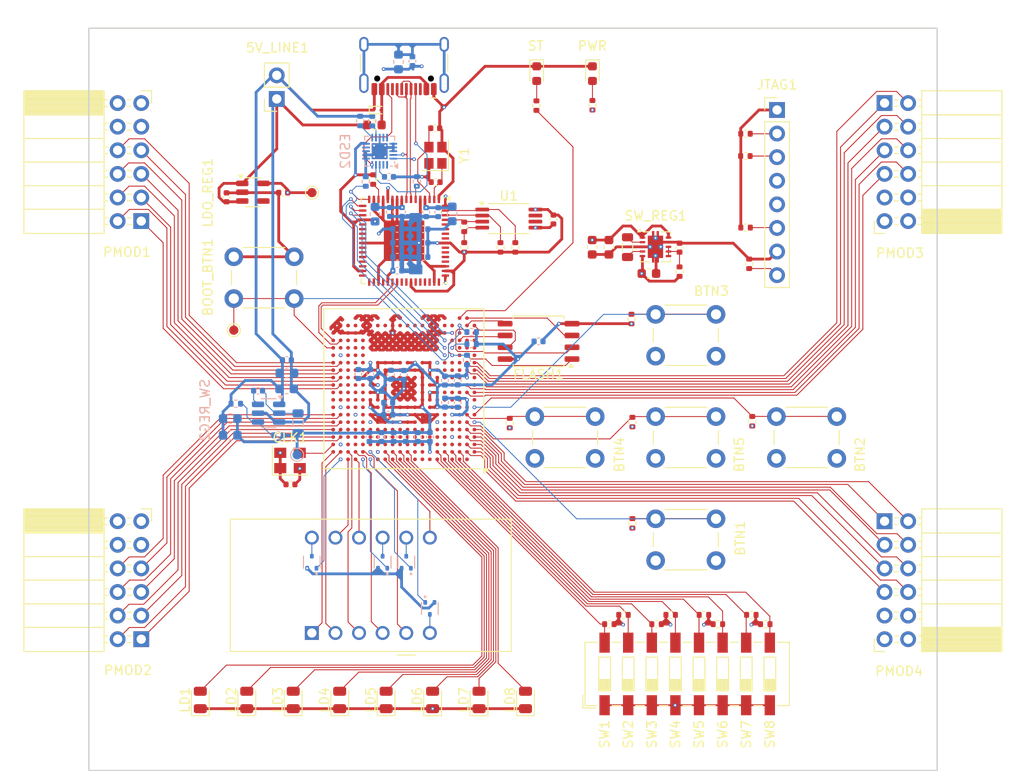
<source format=kicad_pcb>
(kicad_pcb (version 20240108) (generator "pcbnew") (generator_version "8.0")
  (layers (0 "F.Cu" signal) (1 "In1.Cu" power) (2 "In2.Cu" power) (31 "B.Cu" signal) (34 "B.Paste" user) (35 "F.Paste" user) (36 "B.SilkS" user "B.Silkscreen") (37 "F.SilkS" user "F.Silkscreen") (38 "B.Mask" user) (39 "F.Mask" user) (44 "Edge.Cuts" user))
  (net 0 "")
  (net 1 "GND")
  (net 2 "+5V")
  (net 3 "+2V5")
  (net 4 "Net-(BLED1-A)")
  (net 5 "Net-(BLED2-A)")
  (net 6 "PROGRAMN")
  (net 7 "BTN1")
  (net 8 "BTN2")
  (net 9 "BTN3")
  (net 10 "BTN4")
  (net 11 "BTN5")
  (net 12 "Net-(U2-VREGOUT)")
  (net 13 "Net-(U2-VPLL)")
  (net 14 "Net-(U2-VPHY)")
  (net 15 "Net-(U2-OSCI)")
  (net 16 "Net-(U2-OSCO)")
  (net 17 "Net-(J1-SHIELD)")
  (net 18 "Net-(ESD2-CC2)")
  (net 21 "Net-(ESD2-VBIAS)")
  (net 22 "CLK_16MHz")
  (net 23 "+3V3")
  (net 24 "Net-(DISPLAY1-CC3)")
  (net 25 "Net-(DISPLAY1-CC4)")
  (net 26 "Net-(DISPLAY1-CC2)")
  (net 27 "Net-(DISPLAY1-CC1)")
  (net 28 "Net-(ESD1-A2)")
  (net 29 "Net-(ESD2-C_CC1)")
  (net 32 "USB_D+")
  (net 34 "Net-(ESD2-CC1)")
  (net 37 "Net-(ESD2-C_CC2)")
  (net 39 "USB_D-")
  (net 42 "TXD_UART")
  (net 43 "IO2")
  (net 44 "IO3")
  (net 45 "SCK")
  (net 46 "CSSPIN")
  (net 47 "MISO")
  (net 48 "MOSI")
  (net 49 "PMOD2_4")
  (net 50 "PMOD1_3")
  (net 51 "PMOD1_10")
  (net 52 "LED5")
  (net 53 "SW3")
  (net 54 "PMOD1_2")
  (net 55 "PMOD3_8")
  (net 56 "LED3")
  (net 57 "LED7")
  (net 58 "SW6")
  (net 60 "PMOD2_10")
  (net 61 "LED2")
  (net 62 "PMOD1_8")
  (net 63 "PMOD2_7")
  (net 64 "PMOD1_1")
  (net 65 "PMOD3_3")
  (net 66 "PMOD2_1")
  (net 67 "SW8")
  (net 68 "LED6")
  (net 69 "PMOD3_10")
  (net 70 "PMOD1_7")
  (net 71 "TMS")
  (net 72 "LED8")
  (net 73 "SW7")
  (net 74 "SW1")
  (net 75 "PMOD3_9")
  (net 76 "TDO")
  (net 77 "PMOD4_8")
  (net 78 "TCK")
  (net 79 "PMOD4_7")
  (net 80 "PMOD4_9")
  (net 81 "PMOD4_1")
  (net 82 "PMOD3_2")
  (net 83 "PMOD3_7")
  (net 84 "PMOD4_2")
  (net 85 "LED4")
  (net 86 "PMOD4_10")
  (net 87 "PMOD1_9")
  (net 88 "PMOD3_1")
  (net 89 "PMOD2_3")
  (net 90 "PMOD2_9")
  (net 91 "PMOD2_2")
  (net 92 "PMOD1_4")
  (net 93 "SW2")
  (net 94 "SW4")
  (net 95 "PMOD3_4")
  (net 96 "SW5")
  (net 97 "TDI")
  (net 98 "PMOD2_8")
  (net 99 "LED1")
  (net 100 "PMOD4_4")
  (net 101 "PMOD4_3")
  (net 132 "Net-(FPGA1I-CFG_0)")
  (net 196 "Net-(FPGA1I-CFG_1)")
  (net 204 "Net-(SW_REG1-EN)")
  (net 205 "Net-(SW_REG2-SW)")
  (net 207 "Net-(FPGA1I-DONE)")
  (net 210 "Net-(SW_REG2-VBST)")
  (net 213 "Net-(SW_REG1-L1)")
  (net 222 "Net-(SW_REG1-L2)")
  (net 238 "Net-(SW_REG2-VFB)")
  (net 241 "+1V1")
  (net 246 "DISPLAY_SG")
  (net 247 "DISPLAY_SE")
  (net 248 "DISPLAY_SA")
  (net 249 "DISPLAY_SC")
  (net 250 "DISPLAY_SB")
  (net 251 "DISPLAY_SD")
  (net 252 "DISPLAY_SF")
  (net 253 "DISPLAY_SDP")
  (net 254 "DISPLAY_D4")
  (net 255 "DISPLAY_D3")
  (net 256 "DISPLAY_D2")
  (net 257 "DISPLAY_D1")
  (net 259 "RXD_UART")
  (net 263 "Net-(U1-DO)")
  (net 264 "Net-(U1-DI)")
  (net 265 "Net-(U1-SCLK)")
  (net 266 "Net-(U2-REF)")
  (net 267 "Net-(U1-CS)")
  (net 268 "Net-(U2-~{RESET})")
  (footprint "Inductor_SMD:L_0805_2012Metric" (layer "F.Cu") (at 120.275 126.9725 -90)
    (property "Reference" "L1" (hide yes))
    (property "Value" "2.2uH")
  )
  (footprint "Resistor_SMD:R_0402_1005Metric" (layer "F.Cu") (at 106.6 127 90)
    (property "Reference" "R12" (hide yes))
    (property "Value" "10K")
  )
  (footprint "LED_SMD:LED_0603_1608Metric" (layer "F.Cu") (at 116.5 108.2975 -90)
    (property "Reference" "BLED2" (hide yes))
    (property "Value" "LED")
  )
  (footprint "Resistor_SMD:R_0402_1005Metric" (layer "F.Cu") (at 132.97 114.77)
    (property "Reference" "R4" (hide yes))
    (property "Value" "4.7K")
  )
  (footprint "LED_SMD:LED_0603_1608Metric" (layer "F.Cu") (at 110.5 108.2975 -90)
    (property "Reference" "BLED1" (hide yes))
    (property "Value" "LED")
  )
  (footprint "Package_DFN_QFN:QFN-64-1EP_9x9mm_P0.5mm_EP4.35x4.35mm" (layer "F.Cu") (at 96.225 126.285 -90)
    (property "Reference" "U2" (hide yes))
    (property "Value" "FT2232HQ")
  )
  (footprint "Capacitor_SMD:C_0402_1005Metric" (layer "F.Cu") (at 77.115 121.61 90)
    (property "Reference" "C16" (hide yes))
    (property "Value" "1uF")
  )
  (footprint "Resistor_SMD:R_0402_1005Metric" (layer "F.Cu") (at 116.5 111.7 90)
    (property "Reference" "R30" (hide yes))
    (property "Value" "4.7K")
  )
  (footprint "Resistor_SMD:R_0402_1005Metric" (layer "F.Cu") (at 120.8 145.8 -90)
    (property "Reference" "R28" (hide yes))
    (property "Value" "10K")
  )
  (footprint "Resistor_SMD:R_0402_1005Metric" (layer "F.Cu") (at 108.2 127 -90)
    (property "Reference" "R14" (hide yes))
    (property "Value" "10K")
  )
  (footprint "Button_Switch_SMD:SW_DIP_SPSTx08_Slide_6.7x21.88mm_W6.73mm_P2.54mm_LowProfile_JPin" (layer "F.Cu") (at 126.7 172.91 90)
    (property "Reference" "SW1" (hide yes))
    (property "Value" "SW_DIP_x08")
  )
  (footprint "Resistor_SMD:R_0402_1005Metric" (layer "F.Cu") (at 110.47 111.74 90)
    (property "Reference" "R29" (hide yes))
    (property "Value" "4.7K")
  )
  (footprint "Button_Switch_THT:SW_PUSH_6mm" (layer "F.Cu") (at 123.3 145.21)
    (property "Reference" "BTN5")
    (property "Value" "SW_Push")
  )
  (footprint "Button_Switch_THT:SW_PUSH_6mm" (layer "F.Cu") (at 123.3 134.21)
    (property "Reference" "BTN3")
    (property "Value" "SW_Push")
  )
  (footprint "Inductor_SMD:L_0603_1608Metric" (layer "F.Cu") (at 93.025 113.8225)
    (property "Reference" "FB2" (hide yes))
    (property "Value" "600R@100MHz")
  )
  (footprint "Connector_USB:USB_C_Receptacle_HCTL_HC-TYPE-C-16P-01A" (layer "F.Cu") (at 96.225 106.2225 180)
    (property "Reference" "J1" (hide yes))
    (property "Value" "HC-TYPE-C-16P-01A")
  )
  (footprint "Connector_PinHeader_2.54mm:PinHeader_1x08_P2.54mm_Vertical" (layer "F.Cu") (at 136.37 112.21)
    (property "Reference" "JTAG1")
    (property "Value" "Conn_01x08")
  )
  (footprint "Resistor_SMD:R_0402_1005Metric" (layer "F.Cu") (at 120.7 134.71 -90)
    (property "Reference" "R26" (hide yes))
    (property "Value" "10K")
  )
  (footprint "HispalisFPGA:MHDC3641SRBW" (layer "F.Cu") (at 96.45 168.49 90)
    (property "Reference" "DISPLAY1" (hide yes))
    (property "Value" "MHDC3641SRBW")
  )
  (footprint "Resistor_SMD:R_0402_1005Metric" (layer "F.Cu") (at 120.8 156.7 -90)
    (property "Reference" "R24" (hide yes))
    (property "Value" "10K")
  )
  (footprint "Resistor_SMD:R_0402_1005Metric" (layer "F.Cu") (at 107.6 145.91 -90)
    (property "Reference" "R27" (hide yes))
    (property "Value" "10K")
  )
  (footprint "Capacitor_SMD:C_0402_1005Metric" (layer "F.Cu") (at 83.215 121.11 180)
    (property "Reference" "C20" (hide yes))
    (property "Value" "1uF")
  )
  (footprint "Resistor_SMD:R_0402_1005Metric" (layer "F.Cu") (at 124.92 166.55 180)
    (property "Reference" "R19" (hide yes))
    (property "Value" "10K")
  )
  (footprint "Resistor_SMD:R_0402_1005Metric" (layer "F.Cu") (at 119.84 166.55 180)
    (property "Reference" "R17" (hide yes))
    (property "Value" "10K")
  )
  (footprint "Resistor_SMD:R_0402_1005Metric" (layer "F.Cu") (at 118.32 167.55)
    (property "Reference" "R16" (hide yes))
    (property "Value" "10K")
  )
  (footprint "LED_SMD:LED_0805_2012Metric" (layer "F.Cu") (at 94.295527 175.71 90)
    (property "Reference" "LD5")
    (property "Value" "LED")
  )
  (footprint "LED_SMD:LED_0805_2012Metric" (layer "F.Cu") (at 99.295527 175.71 90)
    (property "Reference" "LD6")
    (property "Value" "LED")
  )
  (footprint "LED_SMD:LED_0805_2012Metric" (layer "F.Cu") (at 74.295527 175.71 90)
    (property "Reference" "LD1")
    (property "Value" "LED")
  )
  (footprint "Package_SO:SOIC-8_5.23x5.23mm_P1.27mm" (layer "F.Cu") (at 110.7 137.115 180)
    (property "Reference" "FLASH1")
    (property "Value" "W25Q128JVS")
  )
  (footprint "HispalisFPGA:PMOD_Socket_Horizontal" (layer "F.Cu") (at 67.94 111.47)
    (property "Reference" "PMOD1")
    (property "Value" "Conn_02x06_Top_Bottom")
  )
  (footprint "LED_SMD:LED_0805_2012Metric" (layer "F.Cu") (at 79.295527 175.71 90)
    (property "Reference" "LD2")
    (property "Value" "LED")
  )
  (footprint "Resistor_SMD:R_0402_1005Metric" (layer "F.Cu") (at 92.9 119.7 -90)
    (property "Reference" "R15" (hide yes))
    (property "Value" "1K")
  )
  (footprint "Diode_SMD:D_SOD-923" (layer "F.Cu") (at 93.345 112.2225)
    (property "Reference" "ESD1" (hide yes))
    (property "Value" "ESD9B5.0ST5G")
  )
  (footprint "Resistor_SMD:R_0402_1005Metric" (layer "F.Cu") (at 135.1 167.55 180)
    (property "Reference" "R23" (hide yes))
    (property "Value" "10K")
  )
  (footprint "Button_Switch_THT:SW_PUSH_6mm" (layer "F.Cu") (at 110.3 145.21)
    (property "Reference" "BTN4")
    (property "Value" "SW_Push")
  )
  (footprint "Button_Switch_THT:SW_PUSH_6mm" (layer "F.Cu") (at 136.3 145.21)
    (property "Reference" "BTN2")
    (property "Value" "SW_Push")
  )
  (footprint "TestPoint:TestPoint_Pad_D1.0mm" (layer "F.Cu") (at 77.9 135.91)
    (property "Reference" "TP3" (hide yes))
    (property "Value" "TEST")
  )
  (footprint "Resistor_SMD:R_0402_1005Metric" (layer "F.Cu") (at 130 167.55 180)
    (property "Reference" "R21" (hide yes))
    (property "Value" "10K")
  )
  (footprint "Capacitor_SMD:C_0603_1608Metric" (layer "F.Cu") (at 116.475 126.985 -90)
    (property "Reference" "C6" (hide yes))
    (property "Value" "10uF")
  )
  (footprint "TestPoint:TestPoint_Pad_D1.0mm" (layer "F.Cu") (at 86.315 121.11)
    (property "Reference" "TP2" (hide yes))
    (property "Value" "TEST")
  )
  (footprint "Capacitor_SMD:C_0603_1608Metric" (layer "F.Cu") (at 122.575 129.81)
    (property "Reference" "C1" (hide yes))
    (property "Value" "10uF")
  )
  (footprint "Capacitor_SMD:C_0402_1005Metric" (layer "F.Cu") (at 112.3 124 -90)
    (property "Reference" "C23" (hide yes))
    (property "Value" "100nF")
  )
  (footprint "Capacitor_SMD:C_0402_1005Metric" (layer "F.Cu") (at 125.875 127.03 -90)
    (property "Reference" "C2" (hide yes))
    (property "Value" "100nF")
  )
  (footprint "Capacitor_SMD:C_0603_1608Metric" (layer "F.Cu") (at 118.275 126.985 -90)
    (property "Reference" "C4" (hide yes))
    (property "Value" "10uF")
  )
  (footprint "Resistor_SMD:R_0402_1005Metric" (layer "F.Cu") (at 133.7 145.71 -90)
    (property "Reference" "R25" (hide yes))
    (property "Value" "10K")
  )
  (footprint "HispalisFPGA:PMOD_Socket_Horizontal" (layer "F.Cu") (at 147.94 169.17 180)
    (property "Reference" "PMOD4")
    (property "Value" "Conn_02x06_Top_Bottom")
  )
  (footprint "Resistor_SMD:R_0402_1005Metric" (layer "F.Cu") (at 132.98 124.87)
    (property "Reference" "R6" (hide yes))
    (property "Value" "4.7K")
  )
  (footprint "Capacitor_SMD:C_0402_1005Metric" (layer "F.Cu") (at 99.58 114.175 180)
    (property "Reference" "C29" (hide yes))
    (property "Value" "10pF")
  )
  (footprint "Resistor_SMD:R_0402_1005Metric" (layer "F.Cu") (at 133.6 166.55)
    (property "Reference" "R22" (hide yes))
    (property "Value" "10K")
  )
  (footprint "Package_TO_SOT_SMD:SOT-23-5" (layer "F.Cu") (at 79.9525 121.06)
    (property "Reference" "LDO_REG1")
    (property "Value" "TLV73325PDBVR")
  )
  (footprint "Resistor_SMD:R_0402_1005Metric" (layer "F.Cu") (at 125.875 129.61 90)
    (property "Reference" "R1" (hide yes))
    (property "Value" "100R")
  )
  (footprint "Button_Switch_THT:SW_PUSH_6mm" (layer "F.Cu") (at 77.9 128.01)
    (property "Reference" "BOOT_BTN1")
    (property "Value" "SW_Push")
  )
  (footprint "Capacitor_SMD:C_0402_1005Metric" (layer "F.Cu") (at 99.62 119.975)
    (property "Reference" "C28" (hide yes))
    (property "Value" "10pF")
  )
  (footprint "Resistor_SMD:R_0402_1005Metric" (layer "F.Cu") (at 102.7 127 -90)
    (property "Reference" "R10" (hide yes))
    (property "Value" "10K")
  )
  (footprint "HispalisFPGA:PMOD_Socket_Horizontal" (layer "F.Cu") (at 67.94 156.47)
    (property "Reference" "PMOD2")
    (property "Value" "Conn_02x06_Top_Bottom")
  )
  (footprint "LED_SMD:LED_0805_2012Metric" (layer "F.Cu") (at 109.295527 175.71 90)
    (property "Reference" "LD8")
    (property "Value" "LED")
  )
  (footprint "Resistor_SMD:R_0402_1005Metric" (layer "F.Cu") (at 123.4 167.55)
    (property "Reference" "R18" (hide yes))
    (property "Value" "10K")
  )
  (footprint "Package_BGA:Lattice_caBGA-381_17.0x17.0mm_Layout20x20_P0.8mm_Ball0.4mm_Pad0.4mm_NSMD" (layer "F.Cu") (at 96.2 142.21 180)
    (property "Reference" "FPGA1" (hide yes))
    (property "Value" "LFE5U-25F")
  )
  (footprint "Capacitor_SMD:C_0402_1005Metric" (layer "F.Cu") (at 84 152.51)
    (property "Reference" "C46" (hide yes))
    (property "Value" "100nF")
  )
  (footprint "Resistor_SMD:R_0402_1005Metric" (layer "F.Cu") (at 132.96 117.17)
    (property "Reference" "R5" (hide yes))
    (property "Value" "4.7K")
  )
  (footprint "Resistor_SMD:R_0402_1005Metric" (layer "F.Cu") (at 128.5 166.55)
    (property "Reference" "R20" (hide yes))
    (property "Value" "10K")
  )
  (footprint "Resistor_SMD:R_0402_1005Metric" (layer "F.Cu") (at 133.37 128.77 90)
    (property "Reference" "R7" (hide yes))
    (property "Value" "2.2K")
  )
  (footprint "Oscillator:Oscillator_SMD_Abracon_ASE-4Pin_3.2x2.5mm" (layer "F.Cu") (at 83.95 149.935)
    (property "Reference" "CLK1")
    (property "Value" "ASEDV-16.000MHZ-LR-T")
  )
  (footprint "LED_SMD:LED_0805_2012Metric" (layer "F.Cu") (at 89.295527 175.71 90)
    (property "Reference" "LD4")
    (property "Value" "LED")
  )
  (footprint "Crystal:Crystal_SMD_2520-4Pin_2.5x2.0mm" (layer "F.Cu") (at 99.6 117.085 90)
    (property "Reference" "Y1")
    (property "Value" "12MHz")
  )
  (footprint "HispalisFPGA:PMOD_Socket_Horizontal" (layer "F.Cu") (at 147.94 124.17 180)
    (property "Reference" "PMOD3")
    (property "Value" "Conn_02x06_Top_Bottom")
  )
  (footprint "Resistor_SMD:R_0402_1005Metric" (layer "F.Cu") (at 102.7 124.79 90)
    (property "Reference" "R11" (hide yes))
    (property "Value" "2K")
  )
  (footprint "Connector_PinSocket_2.54mm:PinSocket_1x02_P2.54mm_Vertical" (layer "F.Cu") (at 82.525 111.0225 180)
    (property "Reference" "5V_LINE1")
    (property "Value" "Conn_01x02_Socket")
  )
  (footprint "Package_SON:Texas_DRC0010J_ThermalVias" (layer "F.Cu") (at 123.2825 126.94)
    (property "Reference" "SW_REG1")
    (property "Value" "TPS63001DRCR")
  )
  (footprint "Button_Switch_THT:SW_PUSH_6mm" (layer "F.Cu") (at 123.3 156.21)
    (property "Reference" "BTN1")
    (property "Value" "SW_Push")
  )
  (footprint "LED_SMD:LED_0805_2012Metric" (layer "F.Cu") (at 84.295527 175.71 90)
    (property "Reference" "LD3")
    (property "Value" "LED")
  )
  (footprint "LED_SMD:LED_0805_2012Metric" (layer "F.Cu") (at 104.295527 175.71 90)
    (property "Reference" "LD7")
    (property "Value" "LED")
  )
  (footprint "Package_SO:TSSOP-8_4.4x3mm_P0.65mm" (layer "F.Cu") (at 107.5 123.9)
    (property "Reference" "U1")
    (property "Value" "93LC46B")
  )
  (footprint "Capacitor_SMD:C_0402_1005Metric" (layer "B.Cu") (at 96 123.19 -90)
    (property "Reference" "C31" (hide yes))
    (property "Value" "100nF")
  )
  (footprint "Capacitor_SMD:C_0402_1005Metric" (layer "B.Cu") (at 97.125 106.96 -90)
    (property "Reference" "C21" (hide yes))
    (property "Value" "100nF")
  )
  (footprint "Resistor_SMD:R_0402_1005Metric" (layer "B.Cu") (at 92.8 113.41 90)
    (property "Reference" "R8" (hide yes))
    (property "Value" "5.1K")
  )
  (footprint "Capacitor_SMD:C_0402_1005Metric" (layer "B.Cu") (at 99 147.41 -90)
    (property "Reference" "C11" (hide yes))
    (property "Value" "100nF")
  )
  (footprint "Resistor_SMD:R_0402_1005Metric" (layer "B.Cu") (at 103 139.12 -90)
    (property "Reference" "R33" (hide yes))
    (property "Value" "4.7K")
  )
  (footprint "Capacitor_SMD:C_0402_1005Metric" (layer "B.Cu") (at 92.6 140.63 -90)
    (property "Reference" "C8" (hide yes))
    (property "Value" "100nF")
  )
  (footprint "Capacitor_SMD:C_0402_1005Metric" (layer "B.Cu") (at 95.5 128.01)
    (property "Reference" "C26" (hide yes))
    (property "Value" "100nF")
  )
  (footprint "Capacitor_SMD:C_0402_1005Metric" (layer "B.Cu") (at 99.9 123.21 -90)
    (property "Reference" "C27" (hide yes))
    (property "Value" "4.7uF")
  )
  (footprint "Package_TO_SOT_SMD:SOT-523" (layer "B.Cu") (at 96.46 160.885 90)
    (property "Reference" "Q2" (hide yes))
    (property "Value" "DMG1012T")
  )
  (footprint "Capacitor_SMD:C_0402_1005Metric" (layer "B.Cu") (at 100.62 141.33 90)
    (property "Reference" "C37" (hide yes))
    (property "Value" "100nF")
  )
  (footprint "Resistor_SMD:R_0402_1005Metric" (layer "B.Cu") (at 103.5 137.41 180)
    (property "Reference" "R32" (hide yes))
    (property "Value" "4.7K")
  )
  (footprint "Capacitor_SMD:C_0402_1005Metric" (layer "B.Cu") (at 98.3 126.51 180)
    (property "Reference" "C35" (hide yes))
    (property "Value" "100nF")
  )
  (footprint "Capacitor_SMD:C_0402_1005Metric" (layer "B.Cu") (at 94.7 123.19 -90)
    (property "Reference" "C25" (hide yes))
    (property "Value" "4.7uF")
  )
  (footprint "Inductor_SMD:L_0603_1608Metric" (layer "B.Cu") (at 93.1 123.4225 90)
    (property "Reference" "FB3" (hide yes))
    (property "Value" "600R@100MHz")
  )
  (footprint "Capacitor_SMD:C_0402_1005Metric" (layer "B.Cu") (at 92.5 147.41 -90)
    (property "Reference" "C19" (hide yes))
    (property "Value" "1nF")
  )
  (footprint "Resistor_SMD:R_0402_1005Metric" (layer "B.Cu") (at 92.1 119.91 90)
    (property "Reference" "R34" (hide yes))
    (property "Value" "4.7K")
  )
  (footprint "Capacitor_SMD:C_0603_1608Metric" (layer "B.Cu") (at 77.515 147.225 180)
    (property "Reference" "C17" (hide yes))
    (property "Value" "22uF")
  )
  (footprint "Package_TO_SOT_SMD:SOT-523" (layer "B.Cu") (at 93.92 160.885 90)
    (property "Reference" "Q3" (hide yes))
    (property "Value" "DMG1012T")
  )
  (footprint "Package_TO_SOT_SMD:SOT-23-6" (layer "B.Cu") (at 81.6475 144.845 180)
    (property "Reference" "SW_REG2")
    (property "Value" "TPS565208")
  )
  (footprint "TestPoint:TestPoint_Pad_D1.0mm" (layer "B.Cu") (at 84.715 149.325 180)
    (property "Reference" "TP1" (hide yes))
    (property "Value" "TEST")
  )
  (footprint "Package_TO_SOT_SMD:SOT-523" (layer "B.Cu") (at 99 165.855 -90)
    (property "Reference" "Q1" (hide yes))
    (property "Value" "DMG1012T")
  )
  (footprint "Capacitor_SMD:C_0402_1005Metric" (layer "B.Cu") (at 98.3 125.04 180)
    (property "Reference" "C34" (hide yes))
    (property "Value" "100nF")
  )
  (footprint "Capacitor_SMD:C_0402_1005Metric" (layer "B.Cu") (at 95.48 125.01)
    (property "Reference" "C32" (hide yes))
    (property "Value" "3.3uF")
  )
  (footprint "Resistor_SMD:R_0402_1005Metric" (layer "B.Cu") (at 103.5 136.11 180)
    (property "Reference" "R31" (hide yes))
    (property "Value" "10K")
  )
  (footprint "Capacitor_SMD:C_0402_1005Metric" (layer "B.Cu") (at 97.7 147.41 -90)
    (property "Reference" "C12" (hide yes))
    (property "Value" "10nF")
  )
  (footprint "Capacitor_SMD:C_0402_1005Metric" (layer "B.Cu") (at 80.515 142.425)
    (property "Reference" "C10" (hide yes))
    (property "Value" "100nF")
  )
  (footprint "Resistor_SMD:R_0402_1005Metric" (layer "B.Cu") (at 91.5 113.4 90)
    (property "Reference" "R9" (hide yes))
    (property "Value" "5.1K")
  )
  (footprint "Package_DFN_QFN:WQFN-20-1EP_3x3mm_P0.4mm_EP1.7x1.7mm_ThermalVias" (layer "B.Cu") (at 93.6 116.6475 90)
    (property "Reference" "ESD2")
    (property "Value" "TPD6S300A")
  )
  (footprint "Capacitor_SMD:C_0402_1005Metric" (layer "B.Cu") (at 94.52 145.01)
    (property "Reference" "C44" (hide yes))
    (property "Value" "10nF")
  )
  (footprint "Capacitor_SMD:C_0402_1005Metric" (layer "B.Cu") (at 110.7 137.115)
    (property "Reference" "C45" (hide yes))
    (property "Value" "100nF")
  )
  (footprint "Capacitor_SMD:C_0402_1005Metric" (layer "B.Cu") (at 83.615 139.125 180)
    (property "Reference" "C7" (hide yes))
    (property "Value" "100nF")
  )
  (footprint "Resistor_SMD:R_0402_1005Metric" (layer "B.Cu") (at 78.115 143.825 180)
    (property "Reference" "R3" (hide yes))
    (property "Value" "12K")
  )
  (footprint "Capacitor_SMD:C_0402_1005Metric" (layer "B.Cu") (at 95.48 126.51)
    (property "Reference" "C30" (hide yes))
    (property "Value" "100nF")
  )
  (footprint "Capacitor_SMD:C_0402_1005Metric" (layer "B.Cu") (at 91.3 140.63 -90)
    (property "Reference" "C9" (hide yes))
    (property "Value" "10nF")
  )
  (footprint "Resistor_SMD:R_0402_1005Metric" (layer "B.Cu") (at 97.6 119.9 90)
    (property "Reference" "R13" (hide yes))
    (property "Value" "12K")
  )
  (footprint "Capacitor_SMD:C_0402_1005Metric" (layer "B.Cu") (at 95.1 147.41 -90)
    (property "Reference" "C15" (hide yes))
    (property "Value" "10nF")
  )
  (footprint "Capacitor_SMD:C_0402_1005Metric" (layer "B.Cu") (at 94.52 143.71)
    (property "Reference" "C43" (hide yes))
    (property "Value" "100nF")
  )
  (footprint "Inductor_SMD:L_0603_1608Metric" (layer "B.Cu") (at 101.4 123.3975 90)
    (property "Reference" "FB4" (hide yes))
    (property "Value" "600R@100MHz")
  )
  (footprint "Inductor_SMD:L_0603_1608Metric" (layer "B.Cu") (at 95.625 107.04 -90)
    (property "Reference" "FB1" (hide yes))
    (property "Value" "600R@100MHz")
  )
  (footprint "Capacitor_SMD:C_0603_1608Metric" (layer "B.Cu") (at 83.615 140.525 180)
    (property "Reference" "C3" (hide yes))
    (property "Value" "10uF")
  )
  (footprint "Capacitor_SMD:C_0402_1005Metric" (layer "B.Cu") (at 96.4 147.41 -90)
    (property "Reference" "C13" (hide yes))
    (property "Value" "100nF")
  )
  (footprint "Capacitor_SMD:C_0402_1005Metric" (layer "B.Cu") (at 95.5 129.51)
    (property "Reference" "C24" (hide yes))
    (property "Value" "100nF")
  )
  (footprint "Capacitor_SMD:C_0402_1005Metric" (layer "B.Cu") (at 100.63 143.71 90)
    (property "Reference" "C39" (hide yes))
    (property "Value" "100nF")
  )
  (footprint "Capacitor_SMD:C_0402_1005Metric" (layer "B.Cu") (at 93.8 147.41 -90)
    (property "Reference" "C18" (hide yes))
    (property "Value" "1nF")
  )
  (footprint "Capacitor_SMD:C_0603_1608Metric" (layer "B.Cu") (at 83.59 142.225 180)
    (property "Reference" "C5" (hide yes))
    (property "Value" "10uF")
  )
  (footprint "Capacitor_SMD:C_0402_1005Metric" (layer "B.Cu") (at 98.3 128.04 180)
    (property "Reference" "C36" (hide yes))
    (property "Value" "100nF")
  )
  (footprint "Capacitor_SMD:C_0402_1005Metric" (layer "B.Cu") (at 96.2 140.73 -90)
    (property "Reference" "C41" (hide yes))
    (property "Value" "100nF")
  )
  (footprint "Capacitor_SMD:C_0603_1608Metric" (layer "B.Cu") (at 77.515 145.425 180)
    (property "Reference" "C14" (hide yes))
    (property "Value" "22uF")
  )
  (footprint "Package_TO_SOT_SMD:SOT-523" (layer "B.Cu") (at 86.3 160.885 90)
    (property "Reference" "Q4" (hide yes))
    (property "Value" "DMG1012T")
  )
  (footprint "Capacitor_SMD:C_0402_1005Metric" (layer "B.Cu") (at 98.6 123.21 -90)
    (property "Reference" "C33" (hide yes))
    (property "Value" "100nF")
  )
  (footprint "Resistor_SMD:R_0402_1005Metric" (layer "B.Cu") (at 82.715 147.225 180)
    (property "Reference" "R2" (hide yes))
    (property "Value" "10K")
  )
  (footprint "Inductor_SMD:L_0805_2012Metric" (layer "B.Cu") (at 84.815 145.925 -90)
    (property "Reference" "L2" (hide yes))
    (property "Value" "2.2uH")
  )
  (footprint "Capacitor_SMD:C_0402_1005Metric" (layer "B.Cu") (at 102 141.31 90)
    (property "Reference" "C38" (hide yes))
    (property "Value" "10nF")
  )
  (footprint "Capacitor_SMD:C_0402_1005Metric" (layer "B.Cu") (at 102 143.73 90)
    (property "Reference" "C40" (hide yes))
    (property "Value" "10nF")
  )
  (footprint "Capacitor_SMD:C_0402_1005Metric" (layer "B.Cu") (at 94.6 119.41)
    (property "Reference" "C22" (hide yes))
    (property "Value" "100nF")
  )
  (footprint "Capacitor_SMD:C_0402_1005Metric" (layer "B.Cu") (at 94.82 140.71 -90)
    (property "Reference" "C42" (hide yes))
    (property "Value" "10nF")
  )
  (gr_rect (start 62.3 103.41) (end 153.6 183.31) (stroke (width 0.15)) (fill none) (layer "Edge.Cuts"))
  (gr_text "SW8" (at 135.59 177.775 90) (layer "F.SilkS") (effects (font (size 1 1) (thickness 0.153)) (justify right)))
  (gr_text "SW6" (at 130.51 177.775 90) (layer "F.SilkS") (effects (font (size 1 1) (thickness 0.153)) (justify right)))
  (gr_text "SW4" (at 125.43 177.775 90) (layer "F.SilkS") (effects (font (size 1 1) (thickness 0.153)) (justify right)))
  (gr_text "SW1" (at 117.81 177.775 90) (layer "F.SilkS") (effects (font (size 1 1) (thickness 0.153)) (justify right)))
  (gr_text "SW2" (at 120.35 177.775 90) (layer "F.SilkS") (effects (font (size 1 1) (thickness 0.153)) (justify right)))
  (gr_text "ST" (at 110.4 105.31 0) (layer "F.SilkS") (effects (font (size 1 1))))
  (gr_text "SW3" (at 122.89 177.775 90) (layer "F.SilkS") (effects (font (size 1 1) (thickness 0.153)) (justify right)))
  (gr_text "SW7" (at 133.05 177.775 90) (layer "F.SilkS") (effects (font (size 1 1) (thickness 0.153)) (justify right)))
  (gr_text "PWR" (at 116.5 105.31 0) (layer "F.SilkS") (effects (font (size 1 1))))
  (gr_text "SW5" (at 127.97 177.775 90) (layer "F.SilkS") (effects (font (size 1 1) (thickness 0.153)) (justify right)))
  (segment (start 93.025 109.9675) (end 93.025 112.1225) (width 0.3) (layer "F.Cu") (net 1))
  (segment (start 129.49 167.545) (end 129.135 167.545) (width 0.3) (layer "F.Cu") (net 1))
  (segment (start 101.5 119.910001) (end 101.5 117.41) (width 0.3) (layer "F.Cu") (net 1))
  (segment (start 93.4 145.81) (end 94.2 145.81) (width 0.3) (layer "F.Cu") (net 1))
  (segment (start 99.475 129.535) (end 98.875 128.935) (width 0.3) (layer "F.Cu") (net 1))
  (segment (start 104.9375 107.51) (end 100.76875 111.67875) (width 0.3) (layer "F.Cu") (net 1))
  (segment (start 97.975 124.535) (end 96.225 126.285) (width 0.3) (layer "F.Cu") (net 1))
  (segment (start 95 134.61) (end 95 136.21) (width 0.3) (layer "F.Cu") (net 1))
  (segment (start 85 150.76) (end 85 150.8) (width 0.3) (layer "F.Cu") (net 1))
  (segment (start 93.4 142.61) (end 93.4 143.41) (width 0.3) (layer "F.Cu") (net 1))
  (segment (start 110.5 107.51) (end 104.9375 107.51) (width 0.3) (layer "F.Cu") (net 1))
  (segment (start 99 145.81) (end 99.8 145.01) (width 0.3) (layer "F.Cu") (net 1))
  (segment (start 100.06 114.175) (end 100.06 112.3875) (width 0.3) (layer "F.Cu") (net 1))
  (segment (start 85 151.99) (end 84.48 152.51) (width 0.3) (layer "F.Cu") (net 1))
  (segment (start 101.5 117.41) (end 100.3 116.21) (width 0.3) (layer "F.Cu") (net 1))
  (segment (start 121.8825 126.94) (end 122.7075 126.94) (width 0.3) (layer "F.Cu") (net 1))
  (segment (start 93.025 112.1225) (end 92.925 112.2225) (width 0.3) (layer "F.Cu") (net 1))
  (segment (start 97.82 127.88) (end 97.82 126.51) (width 0.3) (layer "F.Cu") (net 1))
  (segment (start 96.45 126.51) (end 96.225 126.285) (width 0.3) (layer "F.Cu") (net 1))
  (segment (start 124.41 166.545) (end 124.41 167.045) (width 0.3) (layer "F.Cu") (net 1))
  (segment (start 78.865 121.11) (end 78.815 121.06) (width 0.3) (layer "F.Cu") (net 1))
  (segment (start 114.3 135.21) (end 112.9 135.21) (width 0.3) (layer "F.Cu") (net 1))
  (segment (start 82.735 121.11) (end 82.735 126.345) (width 0.3) (layer "F.Cu") (net 1))
  (segment (start 124.41 167.045) (end 123.91 167.545) (width 0.3) (layer "F.Cu") (net 1))
  (segment (start 131.66 126.55) (end 125.875 126.55) (width 0.3) (layer "F.Cu") (net 1))
  (segment (start 110.3625 124.875) (end 111.905 124.875) (width 0.3) (layer "F.Cu") (net 1))
  (segment (start 119.735 167.545) (end 119.8 167.61) (width 0.3) (layer "F.Cu") (net 1))
  (segment (start 98.59 119.41) (end 98.9 119.1) (width 0.3) (layer "F.Cu") (net 1))
  (segment (start 129.49 167.545) (end 128.565 167.545) (width 0.3) (layer "F.Cu") (net 1))
  (segment (start 119.095 126.94) (end 121.8825 126.94) (width 0.3) (layer "F.Cu") (net 1))
  (segment (start 92.6 142.61) (end 93.4 142.61) (width 0.3) (layer "F.Cu") (net 1))
  (segment (start 124.5875 167.2225) (end 124.41 167.045) (width 0.3) (layer "F.Cu") (net 1))
  (segment (start 124.835 167.47) (end 124.5875 167.2225) (width 0.3) (layer "F.Cu") (net 1))
  (segment (start 123.91 167.545) (end 124.265 167.545) (width 0.3) (layer "F.Cu") (net 1))
  (segment (start 128.99 166.545) (end 128.99 167.12) (width 0.3) (layer "F.Cu") (net 1))
  (segment (start 124.265 167.545) (end 124.5875 167.2225) (width 0.3) (layer "F.Cu") (net 1))
  (segment (start 134.57 167.545) (end 133.665 167.545) (width 0.3) (layer "F.Cu") (net 1))
  (segment (start 98.2 139.41) (end 99 139.41) (width 0.3) (layer "F.Cu") (net 1))
  (segment (start 134.27 167.34) (end 134.07 167.14) (width 0.3) (layer "F.Cu") (net 1))
  (segment (start 98.59 119.41) (end 98.59 119.425) (width 0.3) (layer "F.Cu") (net 1))
  (segment (start 119.33 167.045) (end 118.83 167.545) (width 0.3) (layer "F.Cu") (net 1))
  (segment (start 93.4 145.01) (end 93.4 145.81) (width 0.3) (layer "F.Cu") (net 1))
  (segment (start 124.835 167.545) (end 124.835 167.47) (width 0.3) (layer "F.Cu") (net 1))
  (segment (start 93.975 121.835) (end 93.975 124.035) (width 0.3) (layer "F.Cu") (net 1))
  (segment (start 124.6825 126.44) (end 123.7825 126.44) (width 0.3) (layer "F.Cu") (net 1))
  (segment (start 100.3 116.21) (end 100.3 114.415) (width 0.3) (layer "F.Cu") (net 1))
  (segment (start 93.975 124.035) (end 96.225 126.285) (width 0.3) (layer "F.Cu") (net 1))
  (segment (start 120.69 135.21) (end 120.7 135.22) (width 0.3) (layer "F.Cu") (net 1))
  (segment (start 129.415 167.545) (end 128.99 167.12) (width 0.3) (layer "F.Cu") (net 1))
  (segment (start 94.2 145.81) (end 95 145.01) (width 0.3) (layer "F.Cu") (net 1))
  (segment (start 92.6 140.21) (end 93.4 140.21) (width 0.3) (layer "F.Cu") (net 1))
  (segment (start 119.4 167.21) (end 119.33 167.14) (width 0.3) (layer "F.Cu") (net 1))
  (segment (start 128.85 167.26) (end 128.5 167.61) (width 0.3) (layer "F.Cu") (net 1))
  (segment (start 118.83 167.545) (end 119.065 167.545) (width 0.3) (layer "F.Cu") (net 1))
  (segment (start 114.3 135.21) (end 120.69 135.21) (width 0.3) (layer "F.Cu") (net 1))
  (segment (start 100.76875 111.67875) (end 100.525 111.9225) (width 0.3) (layer "F.Cu") (net 1))
  (segment (start 77.115 121.13) (end 78.745 121.13) (width 0.3) (layer "F.Cu") (net 1))
  (segment (start 91.8 141.01) (end 92.6 140.21) (width 0.3) (layer "F.Cu") (net 1))
  (segment (start 98.2 145.81) (end 99 145.01) (width 0.3) (layer "F.Cu") (net 1))
  (segment (start 100.675 129.035) (end 98.975 129.035) (width 0.3) (layer "F.Cu") (net 1))
  (segment (start 100.30625 111.70375) (end 100.525 111.9225) (width 0.3) (layer "F.Cu") (net 1))
  (segment (start 99 142.61) (end 99 143.41) (width 0.3) (layer "F.Cu") (net 1))
  (segment (start 99.975 121.435001) (end 101.5 119.910001) (width 0.3) (layer "F.Cu") (net 1))
  (segment (start 85 150.8) (end 85 151.99) (width 0.3) (layer "F.Cu") (net 1))
  (segment (start 99.8 136.21) (end 100.6 136.21) (width 0.3) (layer "F.Cu") (net 1))
  (segment (start 118.83 167.545) (end 119.735 167.545) (width 0.3) (layer "F.Cu") (net 1))
  (segment (start 134.57 167.545) (end 134.475 167.545) (width 0.3) (layer "F.Cu") (net 1))
  (segment (start 134.07 166.545) (end 134.07 167.14) (width 0.3) (layer "F.Cu") (net 1))
  (segment (start 125.875 126.55) (end 125.765 126.44) (width 0.3) (layer "F.Cu") (net 1))
  (segment (start 129.49 167.545) (end 129.415 167.545) (width 0.3) (layer "F.Cu") (net 1))
  (segment (start 98.975 129.035) (end 98.875 128.935) (width 0.3) (layer "F.Cu") (net 1))
  (segment (start 133.37 128.26) (end 135.56 128.26) (width 0.3) (layer "F.Cu") (net 1))
  (segment (start 116.475 127.76) (end 118.275 127.76) (width 0.3) (layer "F.Cu") (net 1))
  (segment (start 100.69375 111.75375) (end 100.76875 111.67875) (width 0.3) (layer "F.Cu") (net 1))
  (segment (start 119.33 167.14) (end 119.33 166.91) (width 0.3) (layer "F.Cu") (net 1))
  (segment (start 99 140.21) (end 99.8 140.21) (width 0.3) (layer "F.Cu") (net 1))
  (segment (start 99.8 145.01) (end 92.6 145.01) (width 0.3) (layer "F.Cu") (net 1))
  (segment (start 133.87 167.34) (end 134.27 167.34) (width 0.3) (layer "F.Cu") (net 1))
  (segment (start 92.975 123.035) (end 93.975 124.035) (width 0.3) (layer "F.Cu") (net 1))
  (segment (start 111.905 124.875) (end 112.3 124.48) (width 0.3) (layer "F.Cu") (net 1))
  (segment (start 98.2 145.81) (end 97.4 145.01) (width 0.3) (layer "F.Cu") (net 1))
  (segment (start 134.475 167.545) (end 134.27 167.34) (width 0.3) (layer "F.Cu") (net 1))
  (segment (start 133.6 167.61) (end 133.87 167.34) (width 0.3) (layer "F.Cu") (net 1))
  (segment (start 94.2 145.01) (end 94.2 145.81) (width 0.3) (layer "F.Cu") (net 1))
  (segment (start 123.35 127.0075) (end 123.2825 126.94) (width 0.3) (layer "F.Cu") (net 1))
  (segment (start 124.9 167.61) (end 124.835 167.545) (width 0.3) (layer "F.Cu") (net 1))
  (segment (start 98.15 119.41) (end 98.59 119.41) (width 0.3) (layer "F.Cu") (net 1))
  (segment (start 98.59 119.425) (end 98.9 119.735) (width 0.3) (layer "F.Cu") (net 1))
  (segment (start 93.475 130.735) (end 93.475 129.035) (width 0.3) (layer "F.Cu") (net 1))
  (segment (start 133.37 128.26) (end 131.66 126.55) (width 0.3) (layer "F.Cu") (net 1))
  (segment (start 99.425 109.9675) (end 99.425 110.8225) (width 0.3) (layer "F.Cu") (net 1))
  (segment (start 99 145.81) (end 99 145.01) (width 0.3) (layer "F.Cu") (net 1))
  (segment (start 135.56 128.26) (end 136.37 127.45) (width 0.3) (layer "F.Cu") (net 1))
  (segment (start 118.275 127.76) (end 119.095 126.94) (width 0.3) (layer "F.Cu") (net 1))
  (segment (start 95.475 125.535) (end 96.225 126.285) (width 0.3) (layer "F.Cu") (net 1))
  (segment (start 128.99 167.12) (end 128.85 167.26) (width 0.3) (layer "F.Cu") (net 1))
  (segment (start 99.8 142.61) (end 99 142.61) (width 0.3) (layer "F.Cu") (net 1))
  (segment (start 98.2 145.81) (end 98.2 145.01) (width 0.3) (layer "F.Cu") (net 1))
  (segment (start 91.775 126.535) (end 95.975 126.535) (width 0.3) (layer "F.Cu") (net 1))
  (segment (start 119.33 166.91) (end 119.33 167.045) (width 0.3) (layer "F.Cu") (net 1))
  (segment (start 100.3 114.415) (end 100.06 114.175) (width 0.3) (layer "F.Cu") (net 1))
  (segment (start 98.9 119.735) (end 99.14 119.975) (width 0.3) (layer "F.Cu") (net 1))
  (segment (start 82.735 121.11) (end 78.865 121.11) (width 0.3) (layer "F.Cu") (net 1))
  (segment (start 123.91 167.545) (end 124.835 167.545) (width 0.3) (layer "F.Cu") (net 1))
  (segment (start 99.475 130.735) (end 99.475 129.535) (width 0.3) (layer "F.Cu") (net 1))
  (segment (start 100.30625 112.14125) (end 100.30625 111.70375) (width 0.3) (layer "F.Cu") (net 1))
  (segment (start 133.665 167.545) (end 133.6 167.61) (width 0.3) (layer "F.Cu") (net 1))
  (segment (start 119.065 167.545) (end 119.4 167.21) (width 0.3) (layer "F.Cu") (net 1))
  (segment (start 129.135 167.545) (end 128.85 167.26) (width 0.3) (layer "F.Cu") (net 1))
  (segment (start 89.4 136.21) (end 91.8 136.21) (width 0.3) (layer "F.Cu") (net 1))
  (segment (start 93.4 145.01) (end 94.2 145.81) (width 0.3) (layer "F.Cu") (net 1))
  (segment (start 78.745 121.13) (end 78.815 121.06) (width 0.3) (layer "F.Cu") (net 1))
  (segment (start 123.7825 126.44) (end 123.2825 126.94) (width 0.3) (layer "F.Cu") (net 1))
  (segment (start 119.33 166.545) (end 119.33 166.91) (width 0.3) (layer "F.Cu") (net 1))
  (segment (start 128.565 167.545) (end 128.5 167.61) (width 0.3) (layer "F.Cu") (net 1))
  (segment (start 93.4 140.21) (end 93.4 139.41) (width 0.3) (layer "F.Cu") (net 1))
  (segment (start 98.9 119.1) (end 98.9 119.735) (width 0.3) (layer "F.Cu") (net 1))
  (segment (start 77.9 128.01) (end 84.4 128.01) (width 0.3) (layer "F.Cu") (net 1))
  (segment (start 99.3 176.6475) (end 109.295527 176.6475) (width 0.3) (layer "F.Cu") (net 1))
  (segment (start 92.925 112.2225) (end 86.265 112.2225) (width 0.3) (layer "F.Cu") (net 1))
  (segment (start 99 139.41) (end 99 141.01) (width 0.3) (layer "F.Cu") (net 1))
  (segment (start 123.35 129.81) (end 123.35 127.0075) (width 0.3) (layer "F.Cu") (net 1))
  (segment (start 100.06 112.3875) (end 100.27375 112.17375) (width 0.3) (layer "F.Cu") (net 1))
  (segment (start 99.425 110.8225) (end 100.30625 111.70375) (width 0.3) (layer "F.Cu") (net 1))
  (segment (start 98.2 145.81) (end 99 145.81) (width 0.3) (layer "F.Cu") (net 1))
  (segment (start 94.975 125.035) (end 96.225 126.285) (width 0.3) (layer "F.Cu") (net 1))
  (segment (start 98.2 145.01) (end 99 145.81) (width 0.3) (layer "F.Cu") (net 1))
  (segment (start 86.265 112.2225) (end 82.525 108.4825) (width 0.3) (layer "F.Cu") (net 1))
  (segment (start 97.82 126.51) (end 96.45 126.51) (width 0.3) (layer "F.Cu") (net 1))
  (segment (start 95.975 126.535) (end 96.225 126.285) (width 0.3) (layer "F.Cu") (net 1))
  (segment (start 134.07 167.14) (end 133.6 167.61) (width 0.3) (layer "F.Cu") (net 1))
  (segment (start 95.475 121.835) (end 95.475 125.535) (width 0.3) (layer "F.Cu") (net 1))
  (segment (start 125.765 126.44) (end 124.6825 126.44) (width 0.3) (layer "F.Cu") (net 1))
  (segment (start 100.27375 112.17375) (end 100.525 111.9225) (width 0.3) (layer "F.Cu") (net 1))
  (segment (start 110.5 107.51) (end 116.5 107.51) (width 0.3) (layer "F.Cu") (net 1))
  (segment (start 98.9 117.96) (end 98.9 119.1) (width 0.3) (layer "F.Cu") (net 1))
  (segment (start 98.875 128.935) (end 97.82 127.88) (width 0.3) (layer "F.Cu") (net 1))
  (segment (start 100.35625 111.75375) (end 100.69375 111.75375) (width 0.3) (layer "F.Cu") (net 1))
  (segment (start 74.295527 176.6475) (end 99.3 176.6475) (width 0.3) (layer "F.Cu") (net 1))
  (segment (start 93.475 129.035) (end 96.225 126.285) (width 0.3) (layer "F.Cu") (net 1))
  (segment (start 94.975 121.835) (end 94.975 125.035) (width 0.3) (layer "F.Cu") (net 1))
  (segment (start 93.4 141.01) (end 93.4 140.21) (width 0.3) (layer "F.Cu") (net 1))
  (segment (start 97.975 121.835) (end 97.975 124.535) (width 0.3) (layer "F.Cu") (net 1))
  (segment (start 93.4 145.81) (end 92.6 145.01) (width 0.3) (layer "F.Cu") (net 1))
  (segment (start 82.735 126.345) (end 84.4 128.01) (width 0.3) (layer "F.Cu") (net 1))
  (segment (start 92.975 121.835) (end 92.975 123.035) (width 0.3) (layer "F.Cu") (net 1))
  (segment (start 99.975 121.835) (end 99.975 121.435001) (width 0.3) (layer "F.Cu") (net 1))
  (segment (start 100.27375 112.17375) (end 100.30625 112.14125) (width 0.3) (layer "F.Cu") (net 1))
  (segment (start 100.30625 111.70375) (end 100.35625 111.75375) (width 0.3) (layer "F.Cu") (net 1))
  (segment (start 93.4 139.41) (end 95.8 139.41) (width 0.3) (layer "F.Cu") (net 1))
  (segment (start 119.8 167.61) (end 119.4 167.21) (width 0.3) (layer "F.Cu") (net 1))
  (segment (start 93.4 145.81) (end 94.2 145.01) (width 0.3) (layer "F.Cu") (net 1))
  (via (at 93.4 140.21) (size 0.4) (drill 0.2) (layers "F.Cu" "B.Cu") (net 1))
  (via (at 133.6 167.61) (size 0.4) (drill 0.2) (layers "F.Cu" "B.Cu") (net 1))
  (via (at 99 142.61) (size 0.4) (drill 0.2) (layers "F.Cu" "B.Cu") (net 1))
  (via (at 85.8 161.53) (size 0.4) (drill 0.2) (layers "F.Cu" "B.Cu") (net 1))
  (via (at 99.3 176.6475) (size 0.4) (drill 0.2) (layers "F.Cu" "B.Cu") (net 1))
  (via (at 93.4 142.61) (size 0.4) (drill 0.2) (layers "F.Cu" "B.Cu") (net 1))
  (via (at 96.6 145.01) (size 0.4) (drill 0.2) (layers "F.Cu" "B.Cu") (net 1))
  (via (at 103 143.41) (size 0.4) (drill 0.2) (layers "F.Cu" "B.Cu") (net 1))
  (via (at 107.6 146.42) (size 0.4) (drill 0.2) (layers "F.Cu" "B.Cu") (net 1))
  (via (at 89.4 148.21) (size 0.4) (drill 0.2) (layers "F.Cu" "B.Cu") (net 1))
  (via (at 98.125 107.51) (size 0.4) (drill 0.2) (layers "F.Cu" "B.Cu") (net 1))
  (via (at 93.4 149.01) (size 0.4) (drill 0.2) (layers "F.Cu" "B.Cu") (net 1))
  (via (at 133.7 146.22) (size 0.4) (drill 0.2) (layers "F.Cu" "B.Cu") (net 1))
  (via (at 101.4 145.01) (size 0.4) (drill 0.2) (layers "F.Cu" "B.Cu") (net 1))
  (via (at 110.3625 124.875) (size 0.4) (drill 0.2) (layers "F.Cu" "B.Cu") (net 1))
  (via (at 96.2 142.21) (size 0.4) (drill 0.2) (layers "F.Cu" "B.Cu") (net 1))
  (via (at 120.8 157.21) (size 0.4) (drill 0.2) (layers "F.Cu" "B.Cu") (net 1))
  (via (at 89.4 138.61) (size 0.4) (drill 0.2) (layers "F.Cu" "B.Cu") (net 1))
  (via (at 128.5 167.61) (size 0.4) (drill 0.2) (layers "F.Cu" "B.Cu") (net 1))
  (via (at 85 150.8) (size 0.4) (drill 0.2) (layers "F.Cu" "B.Cu") (net 1))
  (via (at 119.8 167.61) (size 0.4) (drill 0.2) (layers "F.Cu" "B.Cu") (net 1))
  (via (at 99 149.01) (size 0.4) (drill 0.2) (layers "F.Cu" "B.Cu") (net 1))
  (via (at 97.82 126.51) (size 0.4) (drill 0.2) (layers "F.Cu" "B.Cu") (net 1))
  (via (at 120.8 146.31) (size 0.4) (drill 0.2) (layers "F.Cu" "B.Cu") (net 1))
  (via (at 98.15 119.41) (size 0.4) (drill 0.2) (layers "F.Cu" "B.Cu") (net 1))
  (via (at 103 141.01) (size 0.4) (drill 0.2) (layers "F.Cu" "B.Cu") (net 1))
  (via (at 112.9 135.21) (size 0.4) (drill 0.2) (layers "F.Cu" "B.Cu") (net 1))
  (via (at 100.525 111.9225) (size 0.4) (drill 0.2) (layers "F.Cu" "B.Cu") (net 1))
  (via (at 101.4 147.41) (size 0.4) (drill 0.2) (layers "F.Cu" "B.Cu") (net 1))
  (via (at 91 145.01) (size 0.4) (drill 0.2) (layers "F.Cu" "B.Cu") (net 1))
  (via (at 95 136.21) (size 0.4) (drill 0.2) (layers "F.Cu" "B.Cu") (net 1))
  (via (at 124.9 167.61) (size 0.4) (drill 0.2) (layers "F.Cu" "B.Cu") (net 1))
  (via (at 99 140.21) (size 0.4) (drill 0.2) (layers "F.Cu" "B.Cu") (net 1))
  (via (at 94.025 107.81) (size 0.4) (drill 0.2) (layers "F.Cu" "B.Cu") (net 1))
  (via (at 89.4 144.21) (size 0.4) (drill 0.2) (layers "F.Cu" "B.Cu") (net 1))
  (via (at 120.7 135.22) (size 0.4) (drill 0.2) (layers "F.Cu" "B.Cu") (net 1))
  (segment (start 83.135 139.125) (end 80.3 136.29) (width 0.3) (layer "B.Cu") (net 1))
  (segment (start 96.2 142.21) (end 96.2 141.21) (width 0.3) (layer "B.Cu") (net 1))
  (segment (start 80.3 110.31) (end 82.1275 108.4825) (width 0.3) (layer "B.Cu") (net 1))
  (segment (start 92.6 141.11) (end 92.909999 141.11) (width 0.3) (layer "B.Cu") (net 1))
  (segment (start 98.6 123.69) (end 99.9 123.69) (width 0.3) (layer "B.Cu") (net 1))
  (segment (start 99 140.21) (end 99.98 140.21) (width 0.3) (layer "B.Cu") (net 1))
  (segment (start 98.895 165.815) (end 99.5 165.21) (width 0.3) (layer "B.Cu") (net 1))
  (segment (start 93.6 116.6475) (end 93.6 115.185) (width 0.2) (layer "B.Cu") (net 1))
  (segment (start 95.625 107.8275) (end 96.7375 107.8275) (width 0.3) (layer "B.Cu") (net 1))
  (segment (start 97.8 123.97) (end 98.1 123.67) (width 0.3) (layer "B.Cu") (net 1))
  (segment (start 91.5 112.89) (end 92.79 112.89) (width 0.3) (layer "B.Cu") (net 1))
  (segment (start 93.195 142.405) (end 93.605 142.405) (width 0.3) (layer "B.Cu") (net 1))
  (segment (start 92.1 119.4) (end 92.1 116.735) (width 0.3) (layer "B.Cu") (net 1))
  (segment (start 101.98 143.23) (end 102 143.25) (width 0.3) (layer "B.Cu") (net 1))
  (segment (start 95.2 143.21) (end 95.25 143.16) (width 0.3) (layer "B.Cu") (net 1))
  (segment (start 103 140.53) (end 102.7 140.83) (width 0.3) (layer "B.Cu") (net 1))
  (segment (start 93.4 140.21) (end 93.9 140.71) (width 0.3) (layer "B.Cu") (net 1))
  (segment (start 94.18 141.83) (end 94.18 141.39) (width 0.3) (layer "B.Cu") (net 1))
  (segment (start 97.82 125.04) (end 97.8 125.02) (width 0.3) (layer "B.Cu") (net 1))
  (segment (start 94.84 141.21) (end 94.82 141.19) (width 0.3) (layer "B.Cu") (net 1))
  (segment (start 95.96 161.53) (end 95.74 161.75) (width 0.3) (layer "B.Cu") (net 1))
  (segment (start 93.95 142.45) (end 93.755 142.255) (width 0.3) (layer "B.Cu") (net 1))
  (segment (start 77.605 142.835) (end 79.115 141.325) (width 0.3) (layer "B.Cu") (net 1))
  (segment (start 93.4 142.61) (end 93.755 142.255) (width 0.3) (layer "B.Cu") (net 1))
  (segment (start 94.055 141.955) (end 94.18 141.83) (width 0.3) (layer "B.Cu") (net 1))
  (segment (start 96.2 141.21) (end 94.84 141.21) (width 0.3) (layer "B.Cu") (net 1))
  (segment (start 102.5 145.01) (end 103 144.51) (width 0.3) (layer "B.Cu") (net 1))
  (segment (start 102 143.25) (end 102.84 143.25) (width 0.3) (layer "B.Cu") (net 1))
  (segment (start 93.095 142.305) (end 93.195 142.405) (width 0.3) (layer "B.Cu") (net 1))
  (segment (start 95.355 162.135) (end 94.2 162.135) (width 0.3) (layer "B.Cu") (net 1))
  (segment (start 98.1 123.67) (end 98.58 123.67) (width 0.3) (layer "B.Cu") (net 1))
  (segment (start 99.98 140.21) (end 100.62 140.85) (width 0.3) (layer "B.Cu") (net 1))
  (segment (start 97.8 123.97) (end 97.5 123.67) (width 0.3) (layer "B.Cu") (net 1))
  (segment (start 95.0625 115.8475) (end 95.0625 116.5975) (width 0.3) (layer "B.Cu") (net 1))
  (segment (start 95 143.41) (end 95.25 143.16) (width 0.3) (layer "B.Cu") (net 1))
  (segment (start 93.9 140.71) (end 94.15 140.96) (width 0.3) (layer "B.Cu") (net 1))
  (segment (start 103 139.63) (end 103 140.51) (width 0.3) (layer "B.Cu") (net 1))
  (segment (start 95.08 119.41) (end 97.58 119.41) (width 0.3) (layer "B.Cu") (net 1))
  (segment (start 95.98 125.03) (end 95.96 125.01) (width 0.3) (layer "B.Cu") (net 1))
  (segment (start 97.58 119.41) (end 97.6 119.39) (width 0.3) (layer "B.Cu") (net 1))
  (segment (start 93.09 161.86) (end 93.75 161.86) (width 0.3) (layer "B.Cu") (net 1))
  (segment (start 81.915 141.325) (end 82.815 142.225) (width 0.3) (layer "B.Cu") (net 1))
  (segment (start 95.96 162.71) (end 95.74 162.49) (width 0.3) (layer "B.Cu") (net 1))
  (segment (start 92.95 142.16) (end 93.095 142.305) (width 0.3) (layer "B.Cu") (net 1))
  (segment (start 95.96 162.71) (end 95.96 163.564168) (width 0.3) (layer "B.Cu") (net 1))
  (segment (start 92.6 141.81) (end 92.95 142.16) (width 0.3) (layer "B.Cu") (net 1))
  (segment (start 97.5 123.67) (end 98.1 123.67) (width 0.3) (layer "B.Cu") (net 1))
  (segment (start 95.385 162.135) (end 95.96 162.71) (width 0.3) (layer "B.Cu") (net 1))
  (segment (start 93.4 140.619999) (end 93.809999 140.619999) (width 0.3) (layer "B.Cu") (net 1))
  (segment (start 103 140.51) (end 103 140.53) (width 0.3) (layer "B.Cu") (net 1))
  (segment (start 94.8 143.21) (end 95 143.41) (width 0.3) (layer "B.Cu") (net 1))
  (segment (start 94.2 142.61) (end 94.8 143.21) (width 0.3) (layer "B.Cu") (net 1))
  (segment (start 92.909999 141.11) (end 93.4 140.619999) (width 0.3) (layer "B.Cu") (net 1))
  (segment (start 93.4 140.619999) (end 93.4 140.21) (width 0.3) (layer "B.Cu") (net 1))
  (segment (start 80.3 136.29) (end 80.3 110.31) (width 0.3) (layer "B.Cu") (net 1))
  (segment (start 93.955 142.055) (end 93.955 142.445) (width 0.3) (layer "B.Cu") (net 1))
  (segment (start 95.6075 108.1225) (end 95.625 108.14) (width 0.3) (layer "B.Cu") (net 1))
  (segment (start 95.96 161.53) (end 95.96 162.71) (width 0.3) (layer "B.Cu") (net 1))
  (segment (start 102 140.83) (end 102.7 140.83) (width 0.3) (layer "B.Cu") (net 1))
  (segment (start 76.74 144.69) (end 77.605 143.825) (width 0.3) (layer "B.Cu") (net 1))
  (segment (start 97.71 127.93) (end 97.82 128.04) (width 0.3) (layer "B.Cu") (net 1))
  (segment (start 93.955 142.445) (end 93.95 142.45) (width 0.3) (layer "B.Cu") (net 1))
  (segment (start 76.74 145.425) (end 76.74 147.225) (width 0.3) (layer "B.Cu") (net 1))
  (segment (start 85.8 161.53) (end 86.405 162.135) (width 0.3) (layer "B.Cu") (net 1))
  (segment (start 86.9325 112.89) (end 82.525 108.4825) (width 0.3) (layer "B.Cu") (net 1))
  (segment (start 83.135 139.125) (end 83.135 143.545) (width 0.3) (layer "B.Cu") (net 1))
  (segment (start 102.84 143.25) (end 103 143.41) (width 0.3) (layer "B.Cu") (net 1))
  (segment (start 102.7 140.83) (end 102.82 140.83) (width 0.3) (layer "B.Cu") (net 1))
  (segment (start 94.38 141.19) (end 94.82 141.19) (width 0.3) (layer "B.Cu") (net 1))
  (segment (start 97.195 107.8225) (end 97.125 107.7525) (width 0.3) (layer "B.Cu") (net 1))
  (segment (start 95 143.71) (end 95 143.41) (width 0.3) (layer "B.Cu") (net 1))
  (segment (start 111.18 136.93) (end 112.9 135.21) (width 0.3) (layer "B.Cu") (net 1))
  (segment (start 92.6 141.11) (end 91.3 141.11) (width 0.3) (layer "B.Cu") (net 1))
  (segment (start 94.15 140.96) (end 94.38 141.19) (width 0.3) (layer "B.Cu") (net 1))
  (segment (start 97.8 125.02) (end 97.8 123.97) (width 0.3) (layer "B.Cu") (net 1))
  (segment (start 95.74 161.75) (end 95.355 162.135) (width 0.3) (layer "B.Cu") (net 1))
  (segment (start 94.18 140.99) (end 94.18 141.39) (width 0.3) (layer "B.Cu") (net 1))
  (segment (start 93.809999 140.619999) (end 93.9 140.71) (width 0.3) (layer "B.Cu") (net 1))
  (segment (start 95.74 162.49) (end 95.74 161.75) (width 0.3) (layer "B.Cu") (net 1))
  (segment (start 95.98 129.51) (end 95.98 125.03) (width 0.3) (layer "B.Cu") (net 1))
  (segment (start 102.82 140.83) (end 103 141.01) (width 0.3) (layer "B.Cu") (net 1))
  (segment (start 95.96 126.51) (end 97.82 126.51) (width 0.3) (layer "B.Cu") (net 1))
  (segment (start 93.4 142.61) (end 94.2 142.61) (width 0.3) (layer "B.Cu") (net 1))
  (segment (start 79.115 141.325) (end 81.915 141.325) (width 0.3) (layer "B.Cu") (net 1))
  (segment (start 76.74 145.425) (end 76.74 144.69) (width 0.3) (layer "B.Cu") (net 1))
  (segment (start 93.095 142.305) (end 93.4 142.61) (width 0.3) (layer "B.Cu") (net 1))
  (segment (start 95.25 143.16) (end 96.2 142.21) (width 0.3) (layer "B.Cu") (net 1))
  (segment (start 98.125 107.51) (end 97.195 107.51) (width 0.3) (layer "B.Cu") (net 1))
  (segment (start 94.11 142.61) (end 93.95 142.45) (width 0.3) (layer "B.Cu") (net 1))
  (segment (start 92.6 141.11) (end 92.6 141.81) (width 0.3) (layer "B.Cu") (net 1))
  (segment (start 82.1275 108.4825) (end 82.525 108.4825) (width 0.3) (layer "B.Cu") (net 1))
  (segment (start 93.605 142.405) (end 93.755 142.255) (width 0.3) (layer "B.Cu") (net 1))
  (segment (start 93.755 142.255) (end 94.055 141.955) (width 0.3) (layer "B.Cu") (net 1))
  (segment (start 100.62 140.85) (end 101.98 140.85) (width 0.3) (layer "B.Cu") (net 1))
  (segment (start 95 143.71) (end 95 145.01) (width 0.3) (layer "B.Cu") (net 1))
  (segment (start 92.815 162.135) (end 93.09 161.86) (width 0.3) (layer "B.Cu") (net 1))
  (segment (start 94.2 162.135) (end 94.025 162.135) (width 0.3) (layer "B.Cu") (net 1))
  (segment (start 94.2 142.61) (end 94.11 142.61) (width 0.3) (layer "B.Cu") (net 1))
  (segment (start 94.025 162.135) (end 93.75 161.86) (width 0.3) (layer "B.Cu") (net 1))
  (segment (start 92.1375 117.0475) (end 93.2 117.0475) (width 0.3) (layer "B.Cu") (net 1))
  (segment (start 94.7 123.67) (end 96 123.67) (width 0.3) (layer "B.Cu") (net 1))
  (segment (start 96 123.67) (end 97.5 123.67) (width 0.3) (layer "B.Cu") (net 1))
  (segment (start 92.5 147.89) (end 99 147.89) (width 0.3) (layer "B.Cu") (net 1))
  (segment (start 92.79 112.89) (end 92.8 112.9) (width 0.3) (layer "B.Cu") (net 1))
  (segment (start 94.025 107.81) (end 95.6075 107.81) (width 0.3) (layer "B.Cu") (net 1))
  (segment (start 86.405 162.135) (end 92.815 162.135) (width 0.3) (layer "B.Cu") (net 1))
  (segment (start 98.210832 165.815) (end 98.895 165.815) (width 0.3) (layer "B.Cu") (net 1))
  (segment (start 83.135 143.545) (end 82.785 143.895) (width 0.3) (layer "B.Cu") (net 1))
  (segment (start 92.815 162.135) (end 93.42 161.53) (width 0.3) (layer "B.Cu") (net 1))
  (segment (start 92.815 162.135) (end 94.2 162.135) (width 0.3) (layer "B.Cu") (net 1))
  (segment (start 97.48 119.41) (end 97.5 119.39) (width 0.3) (layer "B.Cu") (net 1))
  (segment (start 93.2 117.0475) (end 93.6 116.6475) (width 0.3) (layer "B.Cu") (net 1))
  (segment (start 95.355 162.135) (end 95.385 162.135) (width 0.3) (layer "B.Cu") (net 1))
  (segment (start 103 144.51) (end 103 143.41) (width 0.3) (layer "B.Cu") (net 1))
  (segment (start 101.4 145.01) (end 102.5 145.01) (width 0.3) (layer "B.Cu") (net 1))
  (segment (start 103 140.51) (end 103 141.01) (width 0.3) (layer "B.Cu") (net 1))
  (segment (start 94 116.2475) (end 93.6 116.6475) (width 0.3) (layer "B.Cu") (net 1))
  (segment (start 97.82 125.04) (end 97.82 128.04) (width 0.3) (layer "B.Cu") (net 1))
  (segment (start 96.6 145.01) (end 95 145.01) (width 0.3) (layer "B.Cu") (net 1))
  (segment (start 98.13 119.39) (end 98.15 119.41) (width 0.3) (layer "B.Cu") (net 1))
  (segment (start 96.7375 107.8275) (end 97.125 107.44) (width 0.3) (layer "B.Cu") (net 1))
  (segment (start 94.18 141.39) (end 94.38 141.19) (width 0.3) (layer "B.Cu") (net 1))
  (segment (start 98.58 123.67) (end 98.6 123.69) (width 0.3) (layer "B.Cu") (net 1))
  (segment (start 93.75 161.86) (end 93.42 161.53) (width 0.3) (layer "B.Cu") (net 1))
  (segment (start 99 149.01) (end 99 147.89) (width 0.3) (layer "B.Cu") (net 1))
  (segment (start 94.055 141.955) (end 93.955 142.055) (width 0.3) (layer "B.Cu") (net 1))
  (segment (start 94.15 140.96) (end 94.18 140.99) (width 0.3) (layer "B.Cu") (net 1))
  (segment (start 111.18 137.115) (end 111.18 136.93) (width 0.3) (layer "B.Cu") (net 1))
  (segment (start 94.8 143.21) (end 95.2 143.21) (width 0.3) (layer "B.Cu") (net 1))
  (segment (start 95.96 163.564168) (end 98.210832 165.815) (width 0.3) (layer "B.Cu") (net 1))
  (segment (start 100.63 143.23) (end 101.98 143.23) (width 0.3) (layer "B.Cu") (net 1))
  (segment (start 97.6 119.39) (end 98.13 119.39) (width 0.3) (layer "B.Cu") (net 1))
  (segment (start 91.5 112.89) (end 86.9325 112.89) (width 0.3) (layer "B.Cu") (net 1))
  (segment (start 101.98 140.85) (end 102 140.83) (width 0.3) (layer "B.Cu") (net 1))
  (segment (start 95.0625 116.2475) (end 94 116.2475) (width 0.3) (layer "B.Cu") (net 1))
  (segment (start 77.605 143.825) (end 77.605 142.835) (width 0.3) (layer "B.Cu") (net 1))
  (segment (start 76.795 122.09) (end 77.115 122.09) (width 0.3) (layer "F.Cu") (net 2))
  (segment (start 92.2375 113.8225) (end 85.325 113.8225) (width 0.3) (layer "F.Cu") (net 2))
  (segment (start 121.8825 127.94) (end 121.8825 129.7275) (width 0.3) (layer "F.Cu") (net 2))
  (segment (start 82.525 116.4) (end 82.525 111.0225) (width 0.3) (layer "F.Cu") (net 2))
  (segment (start 76.315 121.61) (end 76.795 122.09) (width 0.3) (layer "F.Cu") (net 2))
  (segment (start 121.8825 129.7275) (end 121.8 129.81) (width 0.3) (layer "F.Cu") (net 2))
  (segment (start 125.36 130.635) (end 125.875 130.12) (width 0.3) (layer "F.Cu") (net 2))
  (segment (start 85.325 113.8225) (end 82.525 111.0225) (width 0.3) (layer "F.Cu") (net 2))
  (segment (start 121.8 129.81) (end 122.625 130.635) (width 0.3) (layer "F.Cu") (net 2))
  (segment (start 78.815 120.11) (end 76.815 120.11) (width 0.3) (layer "F.Cu") (net 2))
  (segment (start 122.625 130.635) (end 125.36 130.635) (width 0.3) (layer "F.Cu") (net 2))
  (segment (start 77.115 122.09) (end 78.735 122.09) (width 0.3) (layer "F.Cu") (net 2))
  (segment (start 78.735 122.09) (end 78.815 122.01) (width 0.3) (layer "F.Cu") (net 2))
  (segment (start 78.815 120.11) (end 82.525 116.4) (width 0.3) (layer "F.Cu") (net 2))
  (segment (start 76.315 120.61) (end 76.315 121.61) (width 0.3) (layer "F.Cu") (net 2))
  (segment (start 76.815 120.11) (end 76.315 120.61) (width 0.3) (layer "F.Cu") (net 2))
  (via (at 121.8 129.81) (size 0.4) (drill 0.2) (layers "F.Cu" "B.Cu") (net 2))
  (segment (start 84.095 138.305) (end 84.095 139.125) (width 0.3) (layer "B.Cu") (net 2))
  (segment (start 85.340198 145.795) (end 85.9575 145.177698) (width 0.3) (layer "B.Cu") (net 2))
  (segment (start 84.095 141.955) (end 84.365 142.225) (width 0.3) (layer "B.Cu") (net 2))
  (segment (start 81.411238 144.845) (end 82.361238 145.795) (width 0.3) (layer "B.Cu") (net 2))
  (segment (start 82.361238 145.795) (end 82.785 145.795) (width 0.3) (layer "B.Cu") (net 2))
  (segment (start 82.1 111.4475) (end 82.1 136.31) (width 0.3) (layer "B.Cu") (net 2))
  (segment (start 85.9575 143.8175) (end 84.365 142.225) (width 0.3) (layer "B.Cu") (net 2))
  (segment (start 82.1 136.31) (end 84.095 138.305) (width 0.3) (layer "B.Cu") (net 2))
  (segment (start 85.9575 145.177698) (end 85.9575 143.8175) (width 0.3) (layer "B.Cu") (net 2))
  (segment (start 82.525 111.0225) (end 82.1 111.4475) (width 0.3) (layer "B.Cu") (net 2))
  (segment (start 80.51 144.845) (end 81.411238 144.845) (width 0.3) (layer "B.Cu") (net 2))
  (segment (start 82.785 145.795) (end 85.340198 145.795) (width 0.3) (layer "B.Cu") (net 2))
  (segment (start 84.095 139.125) (end 84.095 141.955) (width 0.3) (layer "B.Cu") (net 2))
  (segment (start 83.695 120.800001) (end 83.695 121.11) (width 0.3) (layer "F.Cu") (net 3))
  (segment (start 81.09 120.11) (end 83.004999 120.11) (width 0.3) (layer "F.Cu") (net 3))
  (segment (start 83.004999 120.11) (end 83.695 120.800001) (width 0.3) (layer "F.Cu") (net 3))
  (segment (start 83.7 121.11) (end 83.695 121.11) (width 0.3) (layer "F.Cu") (net 3))
  (segment (start 86.315 121.11) (end 83.7 121.11) (width 0.3) (layer "F.Cu") (net 3))
  (via (at 99.8 139.41) (size 0.4) (drill 0.2) (layers "F.Cu" "B.Cu") (net 3))
  (via (at 83.7 121.11) (size 0.4) (drill 0.2) (layers "F.Cu" "B.Cu") (net 3))
  (via (at 92.6 145.81) (size 0.4) (drill 0.2) (layers "F.Cu" "B.Cu") (net 3))
  (via (at 99.8 145.81) (size 0.4) (drill 0.2) (layers "F.Cu" "B.Cu") (net 3))
  (via (at 92.6 139.41) (size 0.4) (drill 0.2) (layers "F.Cu" "B.Cu") (net 3))
  (segment (start 92.6 140.15) (end 92.6 139.41) (width 0.3) (layer "B.Cu") (net 3))
  (segment (start 92.6 140.15) (end 91.3 140.15) (width 0.3) (layer "B.Cu") (net 3))
  (segment (start 110.5 111.2) (end 110.47 111.23) (width 0.1) (layer "F.Cu") (net 4))
  (segment (start 110.5 109.085) (end 110.5 111.2) (width 0.1) (layer "F.Cu") (net 4))
  (segment (start 116.5 109.085) (end 116.5 111.19) (width 0.1) (layer "F.Cu") (net 5))
  (segment (start 77.9 132.51) (end 84.4 132.51) (width 0.1) (layer "F.Cu") (net 6))
  (segment (start 77.9 135.91) (end 77.9 132.51) (width 0.1) (layer "F.Cu") (net 6))
  (segment (start 87.9 137.81) (end 84.4 134.31) (width 0.1) (layer "F.Cu") (net 6))
  (segment (start 88.6 137.81) (end 87.9 137.81) (width 0.1) (layer "F.Cu") (net 6))
  (segment (start 84.4 134.31) (end 84.4 132.51) (width 0.1) (layer "F.Cu") (net 6))
  (via (at 102.2 135.41) (size 0.4) (drill 0.2) (layers "F.Cu" "B.Cu") (net 6))
  (segment (start 101 138.775686) (end 100.665686 139.11) (width 0.1) (layer "B.Cu") (net 6))
  (segment (start 93.7 132.51) (end 84.4 132.51) (width 0.1) (layer "B.Cu") (net 6))
  (segment (start 102.2 136.31) (end 101 137.51) (width 0.1) (layer "B.Cu") (net 6))
  (segment (start 101 137.51) (end 101 138.775686) (width 0.1) (layer "B.Cu") (net 6))
  (segment (start 102.2 135.41) (end 102.2 136.31) (width 0.1) (layer "B.Cu") (net 6))
  (segment (start 100.3 139.11) (end 93.7 132.51) (width 0.1) (layer "B.Cu") (net 6))
  (segment (start 102.9 136.11) (end 102.99 136.11) (width 0.1) (layer "B.Cu") (net 6))
  (segment (start 102.2 135.41) (end 102.9 136.11) (width 0.1) (layer "B.Cu") (net 6))
  (segment (start 100.665686 139.11) (end 100.3 139.11) (width 0.1) (layer "B.Cu") (net 6))
  (segment (start 120.8 156.19) (end 129.78 156.19) (width 0.1) (layer "F.Cu") (net 7))
  (segment (start 129.78 156.19) (end 129.8 156.21) (width 0.1) (layer "F.Cu") (net 7))
  (via (at 103.8 145.81) (size 0.4) (drill 0.2) (layers "F.Cu" "B.Cu") (net 7))
  (segment (start 103.8 145.81) (end 104.4 145.81) (width 0.1) (layer "B.Cu") (net 7))
  (segment (start 104.4 145.81) (end 114.8 156.21) (width 0.1) (layer "B.Cu") (net 7))
  (segment (start 114.8 156.21) (end 129.8 156.21) (width 0.1) (layer "B.Cu") (net 7))
  (segment (start 105.6 143.21) (end 103.8 145.01) (width 0.1) (layer "F.Cu") (net 8))
  (segment (start 133.7 145.19) (end 131.72 143.21) (width 0.1) (layer "F.Cu") (net 8))
  (segment (start 131.72 143.21) (end 105.6 143.21) (width 0.1) (layer "F.Cu") (net 8))
  (segment (start 142.78 145.19) (end 142.8 145.21) (width 0.1) (layer "F.Cu") (net 8))
  (segment (start 133.7 145.19) (end 142.78 145.19) (width 0.1) (layer "F.Cu") (net 8))
  (segment (start 129.78 134.19) (end 129.8 134.21) (width 0.1) (layer "F.Cu") (net 9))
  (segment (start 120.7 134.19) (end 129.78 134.19) (width 0.1) (layer "F.Cu") (net 9))
  (via (at 103.8 144.21) (size 0.4) (drill 0.2) (layers "F.Cu" "B.Cu") (net 9))
  (segment (start 117.7 134.21) (end 129.8 134.21) (width 0.1) (layer "B.Cu") (net 9))
  (segment (start 107.7 144.21) (end 117.7 134.21) (width 0.1) (layer "B.Cu") (net 9))
  (segment (start 103.8 144.21) (end 107.7 144.21) (width 0.1) (layer "B.Cu") (net 9))
  (segment (start 103.4 145.41) (end 103 145.01) (width 0.1) (layer "F.Cu") (net 10))
  (segment (start 107.58 145.41) (end 103.4 145.41) (width 0.1) (layer "F.Cu") (net 10))
  (segment (start 107.8 145.19) (end 116.78 145.19) (width 0.1) (layer "F.Cu") (net 10))
  (segment (start 107.82 145.21) (end 107.8 145.19) (width 0.1) (layer "F.Cu") (net 10))
  (segment (start 107.8 145.19) (end 107.58 145.41) (width 0.1) (layer "F.Cu") (net 10))
  (segment (start 116.78 145.19) (end 116.8 145.21) (width 0.1) (layer "F.Cu") (net 10))
  (segment (start 104.453554 146.21) (end 103.4 146.21) (width 0.1) (layer "F.Cu") (net 11))
  (segment (start 105.853554 147.61) (end 104.453554 146.21) (width 0.1) (layer "F.Cu") (net 11))
  (segment (start 118.4 147.61) (end 105.853554 147.61) (width 0.1) (layer "F.Cu") (net 11))
  (segment (start 120.8 145.21) (end 118.4 147.61) (width 0.1) (layer "F.Cu") (net 11))
  (segment (start 103.4 146.21) (end 103 145.81) (width 0.1) (layer "F.Cu") (net 11))
  (segment (start 120.8 145.21) (end 129.8 145.21) (width 0.1) (layer "F.Cu") (net 11))
  (segment (start 94.475 130.055) (end 95.02 129.51) (width 0.3) (layer "F.Cu") (net 12))
  (segment (start 100.675 122.535) (end 100.675 121.535) (width 0.3) (layer "F.Cu") (net 12))
  (segment (start 94.475 130.735) (end 94.475 130.055) (width 0.3) (layer "F.Cu") (net 12))
  (segment (start 100.675 130.785) (end 100.7 130.81) (width 0.3) (layer "F.Cu") (net 12))
  (segment (start 94.475 121.835) (end 94.475 120.635) (width 0.3) (layer "F.Cu") (net 12))
  (segment (start 94.475 120.635) (end 94.5 120.61) (width 0.3) (layer "F.Cu") (net 12))
  (segment (start 100.675 121.535) (end 100.7 121.51) (width 0.3) (layer "F.Cu") (net 12))
  (segment (start 100.675 130.035) (end 100.675 130.785) (width 0.3) (layer "F.Cu") (net 12))
  (via (at 100.7 130.81) (size 0.4) (drill 0.2) (layers "F.Cu" "B.Cu") (net 12))
  (via (at 95.02 129.51) (size 0.4) (drill 0.2) (layers "F.Cu" "B.Cu") (net 12))
  (via (at 93.5 125.51) (size 0.4) (drill 0.2) (layers "F.Cu" "B.Cu") (net 12))
  (via (at 94.5 120.61) (size 0.4) (drill 0.2) (layers "F.Cu" "B.Cu") (net 12))
  (via (at 100.7 121.51) (size 0.4) (drill 0.2) (layers "F.Cu" "B.Cu") (net 12))
  (segment (start 95 125.31) (end 95.02 125.33) (width 0.3) (layer "B.Cu") (net 12))
  (segment (start 94 125.01) (end 93.5 125.51) (width 0.3) (layer "B.Cu") (net 12))
  (segment (start 95.02 125.33) (end 95.02 129.51) (width 0.3) (layer "B.Cu") (net 12))
  (segment (start 95 125.01) (end 94 125.01) (width 0.3) (layer "B.Cu") (net 12))
  (segment (start 95 125.01) (end 95 125.31) (width 0.3) (layer "B.Cu") (net 12))
  (segment (start 95.975 122.66) (end 96.025 122.71) (width 0.3) (layer "F.Cu") (net 13))
  (segment (start 95.975 121.835) (end 95.975 122.66) (width 0.3) (layer "F.Cu") (net 13))
  (via (at 96.025 122.71) (size 0.4) (drill 0.2) (layers "F.Cu" "B.Cu") (net 13))
  (segment (start 93.175 122.71) (end 93.1 122.635) (width 0.3) (layer "B.Cu") (net 13))
  (segment (start 96 122.71) (end 94.7 122.71) (width 0.3) (layer "B.Cu") (net 13))
  (segment (start 94.7 122.71) (end 93.175 122.71) (width 0.3) (layer "B.Cu") (net 13))
  (segment (start 98.475 121.835) (end 98.475 122.605) (width 0.3) (layer "F.Cu") (net 14))
  (segment (start 98.475 122.605) (end 98.6 122.73) (width 0.3) (layer "F.Cu") (net 14))
  (via (at 98.6 122.73) (size 0.4) (drill 0.2) (layers "F.Cu" "B.Cu") (net 14))
  (segment (start 98.6 122.73) (end 99.9 122.73) (width 0.3) (layer "B.Cu") (net 14))
  (segment (start 101.28 122.73) (end 101.4 122.61) (width 0.3) (layer "B.Cu") (net 14))
  (segment (start 99.9 122.73) (end 101.28 122.73) (width 0.3) (layer "B.Cu") (net 14))
  (segment (start 99.475 120.6) (end 100.1 119.975) (width 0.1) (layer "F.Cu") (net 15))
  (segment (start 99.475 121.835) (end 99.475 120.6) (width 0.1) (layer "F.Cu") (net 15))
  (segment (start 100.3 117.96) (end 100.3 119.775) (width 0.1) (layer "F.Cu") (net 15))
  (segment (start 100.3 119.775) (end 100.1 119.975) (width 0.1) (layer "F.Cu") (net 15))
  (segment (start 97.7 117.52875) (end 97.7 119.905212) (width 0.1) (layer "F.Cu") (net 16))
  (segment (start 98.975 121.180212) (end 98.975 121.835) (width 0.1) (layer "F.Cu") (net 16))
  (segment (start 97.7 119.905212) (end 98.975 121.180212) (width 0.1) (layer "F.Cu") (net 16))
  (segment (start 98.9 116.21) (end 98.9 114.375) (width 0.1) (layer "F.Cu") (net 16))
  (segment (start 98.9 114.375) (end 99.1 114.175) (width 0.1) (layer "F.Cu") (net 16))
  (segment (start 98.91125 116.3175) (end 97.7 117.52875) (width 0.1) (layer "F.Cu") (net 16))
  (segment (start 91.905 105.1475) (end 95.325 105.1475) (width 0.3) (layer "B.Cu") (net 17))
  (segment (start 97.125 105.4475) (end 96.825 105.1475) (width 0.3) (layer "B.Cu") (net 17))
  (segment (start 95.625 105.4475) (end 95.925 105.1475) (width 0.3) (layer "B.Cu") (net 17))
  (segment (start 96.8975 106.2525) (end 97.125 106.48) (width 0.3) (layer "B.Cu") (net 17))
  (segment (start 96.825 105.1475) (end 97.425 105.1475) (width 0.3) (layer "B.Cu") (net 17))
  (segment (start 95.325 105.1475) (end 95.925 105.1475) (width 0.3) (layer "B.Cu") (net 17))
  (segment (start 95.625 106.2525) (end 96.8975 106.2525) (width 0.3) (layer "B.Cu") (net 17))
  (segment (start 97.125 105.4475) (end 97.425 105.1475) (width 0.3) (layer "B.Cu") (net 17))
  (segment (start 91.905 105.1475) (end 91.905 109.3275) (width 0.3) (layer "B.Cu") (net 17))
  (segment (start 100.545 105.1475) (end 100.545 109.3275) (width 0.3) (layer "B.Cu") (net 17))
  (segment (start 97.425 105.1475) (end 100.545 105.1475) (width 0.3) (layer "B.Cu") (net 17))
  (segment (start 95.925 105.1475) (end 96.825 105.1475) (width 0.3) (layer "B.Cu") (net 17))
  (segment (start 95.625 106.2525) (end 95.625 105.4475) (width 0.3) (layer "B.Cu") (net 17))
  (segment (start 95.625 105.4475) (end 95.325 105.1475) (width 0.3) (layer "B.Cu") (net 17))
  (segment (start 97.125 106.48) (end 97.125 105.4475) (width 0.3) (layer "B.Cu") (net 17))
  (segment (start 92.8 115.185) (end 91.525 113.91) (width 0.1) (layer "B.Cu") (net 18))
  (segment (start 91.525 113.91) (end 91.5 113.91) (width 0.1) (layer "B.Cu") (net 18))
  (segment (start 93.6 118.11) (end 93.6 118.89) (width 0.1) (layer "B.Cu") (net 21))
  (segment (start 93.6 118.89) (end 94.12 119.41) (width 0.1) (layer "B.Cu") (net 21))
  (segment (start 85.5 149.16) (end 87.65 149.16) (width 0.1) (layer "F.Cu") (net 22))
  (segment (start 87.65 149.16) (end 88.6 148.21) (width 0.1) (layer "F.Cu") (net 22))
  (segment (start 111.79 127.51) (end 108.2 127.51) (width 0.3) (layer "F.Cu") (net 23))
  (segment (start 96.975 130.735) (end 96.975 131.220096) (width 0.3) (layer "F.Cu") (net 23))
  (segment (start 93.4 144.21) (end 93 144.21) (width 0.3) (layer "F.Cu") (net 23))
  (segment (start 116.5 126.185) (end 116.475 126.21) (width 0.3) (layer "F.Cu") (net 23))
  (segment (start 112.3 123.52) (end 112.82 123.52) (width 0.3) (layer "F.Cu") (net 23))
  (segment (start 90.8 124.51) (end 91.05 124.26) (width 0.3) (layer "F.Cu") (net 23))
  (segment (start 100.675 126.535) (end 101.225 126.535) (width 0.3) (layer "F.Cu") (net 23))
  (segment (start 120.6425 124.7) (end 119.785 124.7) (width 0.3) (layer "F.Cu") (net 23))
  (segment (start 121.42125 125.47875) (end 121.427274 125.472726) (width 0.3) (layer "F.Cu") (net 23))
  (segment (start 101.225 126.535) (end 102.2 127.51) (width 0.3) (layer "F.Cu") (net 23))
  (segment (start 90.8 129.045096) (end 90.8 124.51) (width 0.3) (layer "F.Cu") (net 23))
  (segment (start 121.42125 125.47875) (end 120.6425 124.7) (width 0.3) (layer "F.Cu") (net 23))
  (segment (start 124.6825 125.94) (end 124.6825 125.4825) (width 0.3) (layer "F.Cu") (net 23))
  (segment (start 99.8 143.41) (end 99.8 143.91) (width 0.3) (layer "F.Cu") (net 23))
  (segment (start 132.46 114.98) (end 132.47 114.99) (width 0.3) (layer "F.Cu") (net 23))
  (segment (start 93 144.21) (end 92.6 144.21) (width 0.3) (layer "F.Cu") (net 23))
  (segment (start 92.6 143.8) (end 92.6 144.21) (width 0.3) (layer "F.Cu") (net 23))
  (segment (start 91.05 124.26) (end 91.275 124.035) (width 0.3) (layer "F.Cu") (net 23))
  (segment (start 92.6 143.41) (end 92.6 143.8) (width 0.3) (layer "F.Cu") (net 23))
  (segment (start 101.3 129.535) (end 101.2 129.535) (width 0.3) (layer "F.Cu") (net 23))
  (segment (start 122.172726 125.472726) (end 121.8825 125.762952) (width 0.3) (layer "F.Cu") (net 23))
  (segment (start 89.4 123.11) (end 90.45 124.16) (width 0.3) (layer "F.Cu") (net 23))
  (segment (start 99.5 141.81) (end 99 141.81) (width 0.3) (layer "F.Cu") (net 23))
  (segment (start 101.2 129.535) (end 101.575 129.535) (width 0.3) (layer "F.Cu") (net 23))
  (segment (start 113.2 126.1) (end 111.79 127.51) (width 0.3) (layer "F.Cu") (net 23))
  (segment (start 92.9 119.19) (end 91.02 119.19) (width 0.3) (layer "F.Cu") (net 23))
  (segment (start 91 119.21) (end 89.4 120.81) (width 0.3) (layer "F.Cu") (net 23))
  (segment (start 107.1 139.02) (end 108.49 139.02) (width 0.3) (layer "F.Cu") (net 23))
  (segment (start 92.6 141.4) (end 92.6 141.81) (width 0.3) (layer "F.Cu") (net 23))
  (segment (start 82.9 150.76) (end 82.9 151.89) (width 0.3) (layer "F.Cu") (net 23))
  (segment (start 92.6 141.4) (end 92.6 141.41) (width 0.3) (layer "F.Cu") (net 23))
  (segment (start 132.47 114.99) (end 132.47 124.87) (width 0.3) (layer "F.Cu") (net 23))
  (segment (start 93 141.81) (end 93.4 141.81) (width 0.3) (layer "F.Cu") (net 23))
  (segment (start 134.43 112.21) (end 136.37 112.21) (width 0.3) (layer "F.Cu") (net 23))
  (segment (start 101.575 129.81) (end 101.575 129.535) (width 0.3) (layer "F.Cu") (net 23))
  (segment (start 91.775 124.035) (end 92.925 124.035) (width 0.3) (layer "F.Cu") (net 23))
  (segment (start 92.6 143.81) (end 93 144.21) (width 0.3) (layer "F.Cu") (net 23))
  (segment (start 99.5 141.81) (end 99.8 141.51) (width 0.3) (layer "F.Cu") (net 23))
  (segment (start 132.46 114.77) (end 132.46 114.18) (width 0.3) (layer "F.Cu") (net 23))
  (segment (start 121.8825 125.94) (end 121.42125 125.47875) (width 0.3) (layer "F.Cu") (net 23))
  (segment (start 92.925 124.035) (end 93.1 124.21) (width 0.3) (layer "F.Cu") (net 23))
  (segment (start 119.785 124.7) (end 118.275 126.21) (width 0.3) (layer "F.Cu") (net 23))
  (segment (start 99.8 126.535) (end 100.675 126.535) (width 0.3) (layer "F.Cu") (net 23))
  (segment (start 108.49 139.02) (end 108.5 139.01) (width 0.3) (layer "F.Cu") (net 23))
  (segment (start 82.9 149.11) (end 82.9 150.76) (width 0.3) (layer "F.Cu") (net 23))
  (segment (start 116.475 126.21) (end 118.275 126.21) (width 0.3) (layer "F.Cu") (net 23))
  (segment (start 117.81 176.275) (end 125.4 176.275) (width 0.2) (layer "F.Cu") (net 23))
  (segment (start 99.5 144.21) (end 99.8 143.91) (width 0.3) (layer "F.Cu") (net 23))
  (segment (start 91.275 124.035) (end 91.775 124.035) (width 0.3) (layer "F.Cu") (net 23))
  (segment (start 125.4 176.275) (end 135.59 176.275) (width 0.2) (layer "F.Cu") (net 23))
  (segment (start 92.6 141.41) (end 93 141.81) (width 0.3) (layer "F.Cu") (net 23))
  (segment (start 101.575 131.035) (end 101.575 129.81) (width 0.3) (layer "F.Cu") (net 23))
  (segment (start 102.7 128.41) (end 102.7 127.51) (width 0.3) (layer "F.Cu") (net 23))
  (segment (start 123.9 124.7) (end 122.945452 124.7) (width 0.3) (layer "F.Cu") (net 23))
  (segment (start 99.8 143.91) (end 99.8 144.21) (width 0.3) (layer "F.Cu") (net 23))
  (segment (start 91.775 129.535) (end 91.289904 129.535) (width 0.3) (layer "F.Cu") (net 23))
  (segment (start 108.2 127.51) (end 102.7 127.51) (width 0.3) (layer "F.Cu") (net 23))
  (segment (start 91.02 119.19) (end 91 119.21) (width 0.3) (layer "F.Cu") (net 23))
  (segment (start 113.2 123.9) (end 113.2 126.1) (width 0.3) (layer "F.Cu") (net 23))
  (segment (start 101.575 129.535) (end 102.7 128.41) (width 0.3) (layer "F.Cu") (net 23))
  (segment (start 132.46 114.77) (end 132.46 114.98) (width 0.3) (layer "F.Cu") (net 23))
  (segment (start 132.46 114.18) (end 134.43 112.21) (width 0.3) (layer "F.Cu") (net 23))
  (segment (start 82.9 151.89) (end 83.52 152.51) (width 0.3) (layer "F.Cu") (net 23))
  (segment (start 90.45 124.16) (end 90.55 124.26) (width 0.3) (layer "F.Cu") (net 23))
  (segment (start 121.8825 125.762952) (end 121.8825 125.94) (width 0.3) (layer "F.Cu") (net 23))
  (segment (start 99.8 141.01) (end 99.8 141.51) (width 0.3) (layer "F.Cu") (net 23))
  (segment (start 100.675 129.535) (end 101.2 129.535) (width 0.3) (layer "F.Cu") (net 23))
  (segment (start 89.4 120.81) (end 89.4 123.11) (width 0.3) (layer "F.Cu") (net 23))
  (segment (start 92.6 141.01) (end 92.6 141.4) (width 0.3) (layer "F.Cu") (net 23))
  (segment (start 122.945452 124.7) (end 122.172726 125.472726) (width 0.3) (layer "F.Cu") (net 23))
  (segment (start 96.975 131.220096) (end 97.464904 131.71) (width 0.3) (layer "F.Cu") (net 23))
  (segment (start 99 144.21) (end 99.5 144.21) (width 0.3) (layer "F.Cu") (net 23))
  (segment (start 96.6 139.41) (end 97.4 139.41) (width 0.3) (layer "F.Cu") (net 23))
  (segment (start 112.82 123.52) (end 113.2 123.9) (width 0.3) (layer "F.Cu") (net 23))
  (segment (start 97.4 145.81) (end 95.8 145.81) (width 0.3) (layer "F.Cu") (net 23))
  (segment (start 111.705 122.925) (end 112.3 123.52) (width 0.3) (layer "F.Cu") (net 23))
  (segment (start 101.575 129.81) (end 101.3 129.535) (width 0.3) (layer "F.Cu") (net 23))
  (segment (start 99.5 144.21) (end 99.8 144.21) (width 0.3) (layer "F.Cu") (net 23))
  (segment (start 92.6 141.81) (end 93 141.81) (width 0.3) (layer "F.Cu") (net 23))
  (segment (start 121.427274 125.472726) (end 122.172726 125.472726) (width 0.3) (layer "F.Cu") (net 23))
  (segment (start 90.55 124.26) (end 91.05 124.26) (width 0.3) (layer "F.Cu") (net 23))
  (segment (start 102.2 127.51) (end 102.7 127.51) (width 0.3) (layer "F.Cu") (net 23))
  (segment (start 110.3625 122.925) (end 111.705 122.925) (width 0.3) (layer "F.Cu") (net 23))
  (segment (start 90.45 124.16) (end 90.8 124.51) (width 0.3) (layer "F.Cu") (net 23))
  (segment (start 97.464904 131.71) (end 100.9 131.71) (width 0.3) (layer "F.Cu") (net 23))
  (segment (start 91.289904 129.535) (end 90.8 129.045096) (width 0.3) (layer "F.Cu") (net 23))
  (segment (start 99.8 141.51) (end 99.8 141.81) (width 0.3) (layer "F.Cu") (net 23))
  (segment (start 92.6 143.8) (end 92.6 143.81) (width 0.3) (layer "F.Cu") (net 23))
  (segment (start 95.8 145.81) (end 95 145.81) (width 0.3) (layer "F.Cu") (net 23))
  (segment (start 124.6825 125.4825) (end 123.9 124.7) (width 0.3) (layer "F.Cu") (net 23))
  (segment (start 99.8 141.81) (end 99.5 141.81) (width 0.3) (layer "F.Cu") (net 23))
  (segment (start 100.9 131.71) (end 101.575 131.035) (width 0.3) (layer "F.Cu") (net 23))
  (via (at 99.8 144.21) (size 0.4) (drill 0.2) (layers "F.Cu" "B.Cu") (net 23))
  (via (at 108.5 139.01) (size 0.4) (drill 0.2) (layers "F.Cu" "B.Cu") (net 23))
  (via (at 95.8 145.81) (size 0.4) (drill 0.2) (layers "F.Cu" "B.Cu") (net 23))
  (via (at 99.8 126.535) (size 0.4) (drill 0.2) (layers "F.Cu" "B.Cu") (net 23))
  (via (at 125.4 176.275) (size 0.4) (drill 0.2) (layers "F.Cu" "B.Cu") (net 23))
  (via (at 97.4 139.41) (size 0.4) (drill 0.2) (layers "F.Cu" "B.Cu") (net 23))
  (via (at 99.8 141.81) (size 0.4) (drill 0.2) (layers "F.Cu" "B.Cu") (net 23))
  (via (at 102.7 127.51) (size 0.4) (drill 0.2) (layers "F.Cu" "B.Cu") (net 23))
  (via (at 93.1 124.21) (size 0.4) (drill 0.2) (layers "F.Cu" "B.Cu") (net 23))
  (via (at 110.3625 122.925) (size 0.4) (drill 0.2) (layers "F.Cu" "B.Cu") (net 23))
  (via (at 116.475 126.21) (size 0.4) (drill 0.2) (layers "F.Cu" "B.Cu") (net 23))
  (via (at 91 119.21) (size 0.4) (drill 0.2) (layers "F.Cu" "B.Cu") (net 23))
  (via (at 93.4 141.81) (size 0.4) (drill 0.2) (layers "F.Cu" "B.Cu") (net 23))
  (via (at 116.5 112.21) (size 0.4) (drill 0.2) (layers "F.Cu" "B.Cu") (net 23))
  (via (at 82.9 149.11) (size 0.4) (drill 0.2) (layers "F.Cu" "B.Cu") (net 23))
  (via (at 92.6 144.21) (size 0.4) (drill 0.2) (layers "F.Cu" "B.Cu") (net 23))
  (segment (start 108.2 138.71) (end 108.2 139.31) (width 0.3) (layer "B.Cu") (net 23))
  (segment (start 104.01 137.41) (end 106.9 137.41) (width 0.3) (layer "B.Cu") (net 23))
  (segment (start 108.8 138.71) (end 108.85 138.66) (width 0.3) (layer "B.Cu") (net 23))
  (segment (start 99.8 142.11) (end 99.8 143.81) (width 0.3) (layer "B.Cu") (net 23))
  (segment (start 97.15 139.66) (end 97.2 139.61) (width 0.3) (layer "B.Cu") (net 23))
  (segment (start 99.775 126.51) (end 99.8 126.535) (width 0.3) (layer "B.Cu") (net 23))
  (segment (start 99.8 143.81) (end 99.8 144.21) (width 0.3) (layer "B.Cu") (net 23))
  (segment (start 102 141.79) (end 105.72 141.79) (width 0.3) (layer "B.Cu") (net 23))
  (segment (start 100.1 144.19) (end 99.82 144.19) (width 0.3) (layer "B.Cu") (net 23))
  (segment (start 99.82 144.19) (end 99.8 144.21) (width 0.3) (layer "B.Cu") (net 23))
  (segment (start 94.530001 145.81) (end 94.04 145.319999) (width 0.3) (layer "B.Cu") (net 23))
  (segment (start 96.2 140.25) (end 94.84 140.25) (width 0.3) (layer "B.Cu") (net 23))
  (segment (start 91.607928 115.7975) (end 92.1375 115.7975) (width 0.3) (layer "B.Cu") (net 23))
  (segment (start 94.04 143.71) (end 94.04 145.01) (width 0.3) (layer "B.Cu") (net 23))
  (segment (start 96.56 140.25) (end 97.15 139.66) (width 0.3) (layer "B.Cu") (net 23))
  (segment (start 91 116.405428) (end 91.607928 115.7975) (width 0.3) (layer "B.Cu") (net 23))
  (segment (start 96.2 140.25) (end 96.56 140.25) (width 0.3) (layer "B.Cu") (net 23))
  (segment (start 91 119.21) (end 91 116.405428) (width 0.3) (layer "B.Cu") (net 23))
  (segment (start 110.22 137.29) (end 108.85 138.66) (width 0.3) (layer "B.Cu") (net 23))
  (segment (start 97.2 139.61) (end 97.6 139.61) (width 0.3) (layer "B.Cu") (net 23))
  (segment (start 100.545 125.04) (end 101.4 124.185) (width 0.3) (layer "B.Cu") (net 23))
  (segment (start 99.8 141.81) (end 100.1 141.81) (width 0.3) (layer "B.Cu") (net 23))
  (segment (start 98.78 126.51) (end 99.775 126.51) (width 0.3) (layer "B.Cu") (net 23))
  (segment (start 100.62 141.81) (end 101.98 141.81) (width 0.3) (layer "B.Cu") (net 23))
  (segment (start 94.04 145.319999) (end 94.04 145.01) (width 0.3) (layer "B.Cu") (net 23))
  (segment (start 99.8 143.81) (end 99.8 143.89) (width 0.3) (layer "B.Cu") (net 23))
  (segment (start 95.8 145.81) (end 94.530001 145.81) (width 0.3) (layer "B.Cu") (net 23))
  (segment (start 108.2 139.31) (end 108.15 139.36) (width 0.3) (layer "B.Cu") (net 23))
  (segment (start 99.8 143.89) (end 100.1 144.19) (width 0.3) (layer "B.Cu") (net 23))
  (segment (start 105.72 141.79) (end 108.15 139.36) (width 0.3) (layer "B.Cu") (net 23))
  (segment (start 98.78 125.04) (end 100.545 125.04) (width 0.3) (layer "B.Cu") (net 23))
  (segment (start 104.01 136.11) (end 104.01 137.41) (width 0.3) (layer "B.Cu") (net 23))
  (segment (start 101.98 141.81) (end 102 141.79) (width 0.3) (layer "B.Cu") (net 23))
  (segment (start 100.63 144.19) (end 100.1 144.19) (width 0.3) (layer "B.Cu") (net 23))
  (segment (start 108.2 138.71) (end 108.5 139.01) (width 0.3) (layer "B.Cu") (net 23))
  (segment (start 97.65 139.66) (end 99.8 141.81) (width 0.3) (layer "B.Cu") (net 23))
  (segment (start 100.1 141.81) (end 100.62 141.81) (width 0.3) (layer "B.Cu") (net 23))
  (segment (start 94.04 145.01) (end 93.4 145.01) (width 0.3) (layer "B.Cu") (net 23))
  (segment (start 93.4 145.01) (end 92.6 144.21) (width 0.3) (layer "B.Cu") (net 23))
  (segment (start 110.22 137.115) (end 110.22 137.29) (width 0.3) (layer "B.Cu") (net 23))
  (segment (start 100.63 144.19) (end 101.98 144.19) (width 0.3) (layer "B.Cu") (net 23))
  (segment (start 106.9 137.41) (end 108.2 138.71) (width 0.3) (layer "B.Cu") (net 23))
  (segment (start 108.15 139.36) (end 108.5 139.01) (width 0.3) (layer "B.Cu") (net 23))
  (segment (start 101.98 144.19) (end 102 144.21) (width 0.3) (layer "B.Cu") (net 23))
  (segment (start 94.84 140.25) (end 94.82 140.23) (width 0.3) (layer "B.Cu") (net 23))
  (segment (start 108.85 138.66) (end 108.5 139.01) (width 0.3) (layer "B.Cu") (net 23))
  (segment (start 108.2 138.71) (end 108.8 138.71) (width 0.3) (layer "B.Cu") (net 23))
  (segment (start 97.15 139.66) (end 97.4 139.41) (width 0.3) (layer "B.Cu") (net 23))
  (segment (start 99.8 141.81) (end 99.8 142.11) (width 0.3) (layer "B.Cu") (net 23))
  (segment (start 97.4 139.41) (end 97.65 139.66) (width 0.3) (layer "B.Cu") (net 23))
  (segment (start 97.6 139.61) (end 97.65 139.66) (width 0.3) (layer "B.Cu") (net 23))
  (segment (start 99.8 142.11) (end 100.1 141.81) (width 0.3) (layer "B.Cu") (net 23))
  (segment (start 98.78 125.04) (end 98.78 128.04) (width 0.3) (layer "B.Cu") (net 23))
  (segment (start 96.46 160.24) (end 96.46 158.24) (width 0.1) (layer "B.Cu") (net 24))
  (segment (start 99 166.5) (end 99 168.5) (width 0.1) (layer "B.Cu") (net 25))
  (segment (start 93.92 160.24) (end 93.92 158.24) (width 0.1) (layer "B.Cu") (net 26))
  (segment (start 86.3 160.24) (end 86.3 158.24) (width 0.1) (layer "B.Cu") (net 27))
  (segment (start 94.47938 108.71) (end 93.825 109.36438) (width 0.3) (layer "F.Cu") (net 28))
  (segment (start 93.825 113.81) (end 93.8125 113.8225) (width 0.3) (layer "F.Cu") (net 28))
  (segment (start 98.625 109.36438) (end 97.97062 108.71) (width 0.3) (layer "F.Cu") (net 28))
  (segment (start 98.625 109.9675) (end 98.625 109.36438) (width 0.3) (layer "F.Cu") (net 28))
  (segment (start 97.97062 108.71) (end 94.47938 108.71) (width 0.3) (layer "F.Cu") (net 28))
  (segment (start 93.825 109.36438) (end 93.825 109.9675) (width 0.3) (layer "F.Cu") (net 28))
  (segment (start 93.825 109.9675) (end 93.825 113.81) (width 0.3) (layer "F.Cu") (net 28))
  (segment (start 97.5 115.81) (end 97.475 115.785) (width 0.1) (layer "F.Cu") (net 29))
  (segment (start 97.475 115.785) (end 97.475 109.9675) (width 0.1) (layer "F.Cu") (net 29))
  (via (at 97.5 115.81) (size 0.4) (drill 0.2) (layers "F.Cu" "B.Cu") (net 29))
  (segment (start 98.7 117.01) (end 98.7 120.31) (width 0.1) (layer "B.Cu") (net 29))
  (segment (start 98.7 120.31) (end 98 121.01) (width 0.1) (layer "B.Cu") (net 29))
  (segment (start 93.7 120.11) (end 93.2 119.61) (width 0.1) (layer "B.Cu") (net 29))
  (segment (start 95.536397 121.01) (end 94.636397 120.11) (width 0.1) (layer "B.Cu") (net 29))
  (segment (start 94.636397 120.11) (end 93.7 120.11) (width 0.1) (layer "B.Cu") (net 29))
  (segment (start 98 121.01) (end 95.536397 121.01) (width 0.1) (layer "B.Cu") (net 29))
  (segment (start 97.5 115.81) (end 98.7 117.01) (width 0.1) (layer "B.Cu") (net 29))
  (segment (start 93.2 119.61) (end 93.2 118.11) (width 0.1) (layer "B.Cu") (net 29))
  (segment (start 96.1 117.01) (end 96.4 117.01) (width 0.1) (layer "F.Cu") (net 32))
  (segment (start 96.475 121.234999) (end 96.55 121.159999) (width 0.1) (layer "F.Cu") (net 32))
  (segment (start 96.391249 110.701249) (end 96.391249 110.818751) (width 0.1) (layer "F.Cu") (net 32))
  (segment (start 96.55 117.01) (end 96.55 116.91) (width 0.1) (layer "F.Cu") (net 32))
  (segment (start 96.475 110.617499) (end 96.475 109.9675) (width 0.1) (layer "F.Cu") (net 32))
  (segment (start 96.274999 110.8175) (end 96.391249 110.701249) (width 0.1) (layer "F.Cu") (net 32))
  (segment (start 96.55 116.91) (end 96.55 111.017501) (width 0.1) (layer "F.Cu") (net 32))
  (segment (start 95.675001 110.8175) (end 96.274999 110.8175) (width 0.1) (layer "F.Cu") (net 32))
  (segment (start 96.274999 110.8175) (end 96.349999 110.8175) (width 0.1) (layer "F.Cu") (net 32))
  (segment (start 96.371249 110.838751) (end 96.475 110.942501) (width 0.1) (layer "F.Cu") (net 32))
  (segment (start 96.4 117.01) (end 96.45 117.01) (width 0.1) (layer "F.Cu") (net 32))
  (segment (start 96.475 121.835) (end 96.475 121.234999) (width 0.1) (layer "F.Cu") (net 32))
  (segment (start 96.55 121.159999) (end 96.55 117.11) (width 0.1) (layer "F.Cu") (net 32))
  (segment (start 96.45 117.01) (end 96.55 117.11) (width 0.1) (layer "F.Cu") (net 32))
  (segment (start 96.45 117.01) (end 96.55 116.91) (width 0.1) (layer "F.Cu") (net 32))
  (segment (start 96.349999 110.8175) (end 96.371249 110.838751) (width 0.1) (layer "F.Cu") (net 32))
  (segment (start 96.391249 110.818751) (end 96.371249 110.838751) (width 0.1) (layer "F.Cu") (net 32))
  (segment (start 95.475 109.9675) (end 95.475 110.617499) (width 0.1) (layer "F.Cu") (net 32))
  (segment (start 96.475 110.942501) (end 96.475 109.9675) (width 0.1) (layer "F.Cu") (net 32))
  (segment (start 96.55 111.017501) (end 96.475 110.942501) (width 0.1) (layer "F.Cu") (net 32))
  (segment (start 95.475 110.617499) (end 95.675001 110.8175) (width 0.1) (layer "F.Cu") (net 32))
  (segment (start 96.55 117.11) (end 96.55 117.01) (width 0.1) (layer "F.Cu") (net 32))
  (segment (start 96.391249 110.701249) (end 96.475 110.617499) (width 0.1) (layer "F.Cu") (net 32))
  (segment (start 96.4 117.01) (end 96.55 117.01) (width 0.1) (layer "F.Cu") (net 32))
  (via (at 96.1 117.01) (size 0.4) (drill 0.2) (layers "F.Cu" "B.Cu") (net 32))
  (segment (start 96.0625 117.0475) (end 95.0625 117.0475) (width 0.1) (layer "B.Cu") (net 32))
  (segment (start 96.1 117.01) (end 96.0625 117.0475) (width 0.1) (layer "B.Cu") (net 32))
  (segment (start 93.2 115.185) (end 93.2 114.32) (width 0.1) (layer "B.Cu") (net 34))
  (segment (start 93.2 114.32) (end 92.8 113.92) (width 0.1) (layer "B.Cu") (net 34))
  (segment (start 94.9 114.61) (end 94.4 115.11) (width 0.1) (layer "F.Cu") (net 37))
  (segment (start 94.9 110.933488) (end 94.9 114.61) (width 0.1) (layer "F.Cu") (net 37))
  (segment (start 91.9 115.91) (end 91.9 117.26) (width 0.1) (layer "F.Cu") (net 37))
  (segment (start 94.475 110.508488) (end 94.9 110.933488) (width 0.1) (layer "F.Cu") (net 37))
  (segment (start 91.9 117.26) (end 92.75 118.11) (width 0.1) (layer "F.Cu") (net 37))
  (segment (start 94.475 109.9675) (end 94.475 110.508488) (width 0.1) (layer "F.Cu") (net 37))
  (segment (start 94.4 115.11) (end 92.7 115.11) (width 0.1) (layer "F.Cu") (net 37))
  (segment (start 92.7 115.11) (end 91.9 115.91) (width 0.1) (layer "F.Cu") (net 37))
  (via (at 92.75 118.11) (size 0.4) (drill 0.2) (layers "F.Cu" "B.Cu") (net 37))
  (segment (start 96.9 117.41) (end 97 117.51) (width 0.1) (layer "F.Cu") (net 39))
  (segment (start 96.9 117.61) (end 97 117.51) (width 0.1) (layer "F.Cu") (net 39))
  (segment (start 96.9 117.51) (end 96.9 117.41) (width 0.1) (layer "F.Cu") (net 39))
  (segment (start 97 117.51) (end 96.9 117.51) (width 0.1) (layer "F.Cu") (net 39))
  (segment (start 96.175001 109.1175) (end 96.774999 109.1175) (width 0.1) (layer "F.Cu") (net 39))
  (segment (start 96.774999 109.1175) (end 96.975 109.317501) (width 0.1) (layer "F.Cu") (net 39))
  (segment (start 96.9 117.41) (end 96.9 111.017501) (width 0.1) (layer "F.Cu") (net 39))
  (segment (start 96.9 121.159999) (end 96.9 117.61) (width 0.1) (layer "F.Cu") (net 39))
  (segment (start 96.975 121.835) (end 96.975 121.234999) (width 0.1) (layer "F.Cu") (net 39))
  (segment (start 97.3 117.51) (end 97 117.51) (width 0.1) (layer "F.Cu") (net 39))
  (segment (start 95.975 109.317501) (end 96.175001 109.1175) (width 0.1) (layer "F.Cu") (net 39))
  (segment (start 96.975 110.942501) (end 96.975 109.9675) (width 0.1) (layer "F.Cu") (net 39))
  (segment (start 95.975 109.9675) (end 95.975 109.317501) (width 0.1) (layer "F.Cu") (net 39))
  (segment (start 96.975 121.234999) (end 96.9 121.159999) (width 0.1) (layer "F.Cu") (net 39))
  (segment (start 96.9 111.017501) (end 96.975 110.942501) (width 0.1) (layer "F.Cu") (net 39))
  (segment (start 96.9 117.61) (end 96.9 117.51) (width 0.1) (layer "F.Cu") (net 39))
  (segment (start 96.975 109.317501) (end 96.975 109.9675) (width 0.1) (layer "F.Cu") (net 39))
  (via (at 97.3 117.51) (size 0.4) (drill 0.2) (layers "F.Cu" "B.Cu") (net 39))
  (segment (start 95.0625 117.4475) (end 97.2375 117.4475) (width 0.1) (layer "B.Cu") (net 39))
  (segment (start 97.2375 117.4475) (end 97.3 117.51) (width 0.1) (layer "B.Cu") (net 39))
  (segment (start 89 137.41) (end 89.4 137.01) (width 0.1) (layer "F.Cu") (net 42))
  (segment (start 94.975 131.134999) (end 93.149999 132.96) (width 0.1) (layer "F.Cu") (net 42))
  (segment (start 87.05 136.16) (end 88.3 137.41) (width 0.1) (layer "F.Cu") (net 42))
  (segment (start 87.396446 132.96) (end 87.05 133.306446) (width 0.1) (layer "F.Cu") (net 42))
  (segment (start 87.05 133.306446) (end 87.05 136.16) (width 0.1) (layer "F.Cu") (net 42))
  (segment (start 93.149999 132.96) (end 87.396446 132.96) (width 0.1) (layer "F.Cu") (net 42))
  (segment (start 94.975 130.735) (end 94.975 131.134999) (width 0.1) (layer "F.Cu") (net 42))
  (segment (start 88.3 137.41) (end 89 137.41) (width 0.1) (layer "F.Cu") (net 42))
  (segment (start 111.630001 134.61) (end 111.5 134.61) (width 0.1) (layer "F.Cu") (net 43))
  (segment (start 113.500001 136.48) (end 111.630001 134.61) (width 0.1) (layer "F.Cu") (net 43))
  (segment (start 111.5 134.61) (end 103 134.61) (width 0.1) (layer "F.Cu") (net 43))
  (segment (start 114.3 136.48) (end 113.500001 136.48) (width 0.1) (layer "F.Cu") (net 43))
  (segment (start 108.2 136.11) (end 108.2 137.01) (width 0.1) (layer "F.Cu") (net 44))
  (segment (start 103.8 135.41) (end 104.3 135.91) (width 0.1) (layer "F.Cu") (net 44))
  (segment (start 108.2 137.01) (end 107.46 137.75) (width 0.1) (layer "F.Cu") (net 44))
  (segment (start 107.46 137.75) (end 107.1 137.75) (width 0.1) (layer "F.Cu") (net 44))
  (segment (start 108 135.91) (end 108.2 136.11) (width 0.1) (layer "F.Cu") (net 44))
  (segment (start 104.3 135.91) (end 108 135.91) (width 0.1) (layer "F.Cu") (net 44))
  (segment (start 102.6 136.61) (end 102.2 137.01) (width 0.1) (layer "F.Cu") (net 45))
  (segment (start 107.1 136.48) (end 106.97 136.61) (width 0.1) (layer "F.Cu") (net 45))
  (segment (start 106.97 136.61) (end 102.6 136.61) (width 0.1) (layer "F.Cu") (net 45))
  (segment (start 107.1 136.48) (end 106.92 136.66) (width 0.1) (layer "F.Cu") (net 45))
  (segment (start 105.7 139.71) (end 113.61 139.71) (width 0.1) (layer "F.Cu") (net 46))
  (segment (start 105 139.01) (end 105.7 139.71) (width 0.1) (layer "F.Cu") (net 46))
  (segment (start 113.61 139.71) (end 114.3 139.02) (width 0.1) (layer "F.Cu") (net 46))
  (segment (start 103 138.61) (end 103.4 139.01) (width 0.1) (layer "F.Cu") (net 46))
  (segment (start 103.4 139.01) (end 105 139.01) (width 0.1) (layer "F.Cu") (net 46))
  (segment (start 102.034314 138.21) (end 101.8 137.975686) (width 0.1) (layer "F.Cu") (net 47))
  (segment (start 114.3 137.75) (end 113.69 138.36) (width 0.1) (layer "F.Cu") (net 47))
  (segment (start 104.915686 138.36) (end 104.765686 138.21) (width 0.1) (layer "F.Cu") (net 47))
  (segment (start 104.765686 138.21) (end 102.034314 138.21) (width 0.1) (layer "F.Cu") (net 47))
  (segment (start 113.69 138.36) (end 104.915686 138.36) (width 0.1) (layer "F.Cu") (net 47))
  (segment (start 101.8 136.044314) (end 102.034314 135.81) (width 0.1) (layer "F.Cu") (net 47))
  (segment (start 102.034314 135.81) (end 102.6 135.81) (width 0.1) (layer "F.Cu") (net 47))
  (segment (start 102.6 135.81) (end 103 136.21) (width 0.1) (layer "F.Cu") (net 47))
  (segment (start 101.8 137.975686) (end 101.8 136.044314) (width 0.1) (layer "F.Cu") (net 47))
  (segment (start 103.499999 134.910001) (end 103 135.41) (width 0.1) (layer "F.Cu") (net 48))
  (segment (start 107.1 135.21) (end 106.800001 134.910001) (width 0.1) (layer "F.Cu") (net 48))
  (segment (start 106.800001 134.910001) (end 103.499999 134.910001) (width 0.1) (layer "F.Cu") (net 48))
  (segment (start 70.7 158.81) (end 67.96 161.55) (width 0.1) (layer "F.Cu") (net 49))
  (segment (start 70.7 151.71) (end 70.7 158.81) (width 0.1) (layer "F.Cu") (net 49))
  (segment (start 89 145.41) (end 77 145.41) (width 0.1) (layer "F.Cu") (net 49))
  (segment (start 89.4 145.01) (end 89 145.41) (width 0.1) (layer "F.Cu") (net 49))
  (segment (start 67.96 161.55) (end 67.94 161.55) (width 0.1) (layer "F.Cu") (net 49))
  (segment (start 77 145.41) (end 70.7 151.71) (width 0.1) (layer "F.Cu") (net 49))
  (segment (start 89.4 140.21) (end 89 140.61) (width 0.1) (layer "F.Cu") (net 50))
  (segment (start 67.98 119.09) (end 67.94 119.09) (width 0.1) (layer "F.Cu") (net 50))
  (segment (start 89 140.61) (end 77.6 140.61) (width 0.1) (layer "F.Cu") (net 50))
  (segment (start 71.9 123.01) (end 67.98 119.09) (width 0.1) (layer "F.Cu") (net 50))
  (segment (start 77.6 140.61) (end 71.9 134.91) (width 0.1) (layer "F.Cu") (net 50))
  (segment (start 71.9 134.91) (end 71.9 123.01) (width 0.1) (layer "F.Cu") (net 50))
  (segment (start 88.6 139.41) (end 78.2 139.41) (width 0.1) (layer "F.Cu") (net 51))
  (segment (start 73.1 134.31) (end 73.1 120.11) (width 0.1) (layer "F.Cu") (net 51))
  (segment (start 73.1 120.11) (end 68.3 115.31) (width 0.1) (layer "F.Cu") (net 51))
  (segment (start 68.3 115.31) (end 66.64 115.31) (width 0.1) (layer "F.Cu") (net 51))
  (segment (start 78.2 139.41) (end 73.1 134.31) (width 0.1) (layer "F.Cu") (net 51))
  (segment (start 66.64 115.31) (end 65.4 116.55) (width 0.1) (layer "F.Cu") (net 51))
  (segment (start 94.295527 174.7725) (end 96.108027 172.96) (width 0.1) (layer "F.Cu") (net 52))
  (segment (start 95.8 149.96) (end 95.8 149.81) (width 0.1) (layer "F.Cu") (net 52))
  (segment (start 96.108027 172.96) (end 104.03842 172.96) (width 0.1) (layer "F.Cu") (net 52))
  (segment (start 104.03842 172.96) (end 105.6 171.39842) (width 0.1) (layer "F.Cu") (net 52))
  (segment (start 105.6 159.76) (end 95.8 149.96) (width 0.1) (layer "F.Cu") (net 52))
  (segment (start 105.6 171.39842) (end 105.6 159.76) (width 0.1) (layer "F.Cu") (net 52))
  (segment (start 115.95 165.36) (end 100.6 150.01) (width 0.1) (layer "F.Cu") (net 53))
  (segment (start 100.6 150.01) (end 100.6 149.81) (width 0.1) (layer "F.Cu") (net 53))
  (segment (start 122.89 167.545) (end 120.705 165.36) (width 0.1) (layer "F.Cu") (net 53))
  (segment (start 120.705 165.36) (end 115.95 165.36) (width 0.1) (layer "F.Cu") (net 53))
  (segment (start 122.89 167.545) (end 122.89 169.545) (width 0.1) (layer "F.Cu") (net 53))
  (segment (start 71.1 135.31) (end 71.1 124.81) (width 0.1) (layer "F.Cu") (net 54))
  (segment (start 89 141.41) (end 77.2 141.41) (width 0.1) (layer "F.Cu") (net 54))
  (segment (start 89.4 141.01) (end 89 141.41) (width 0.1) (layer "F.Cu") (net 54))
  (segment (start 77.2 141.41) (end 71.1 135.31) (width 0.1) (layer "F.Cu") (net 54))
  (segment (start 71.1 124.81) (end 67.94 121.65) (width 0.1) (layer "F.Cu") (net 54))
  (segment (start 67.94 121.65) (end 67.94 121.63) (width 0.1) (layer "F.Cu") (net 54))
  (segment (start 143.6 135.31) (end 143.6 116.81) (width 0.1) (layer "F.Cu") (net 55))
  (segment (start 149.28 112.81) (end 150.48 114.01) (width 0.1) (layer "F.Cu") (net 55))
  (segment (start 105.3 141.41) (end 137.5 141.41) (width 0.1) (layer "F.Cu") (net 55))
  (segment (start 137.5 141.41) (end 143.6 135.31) (width 0.1) (layer "F.Cu") (net 55))
  (segment (start 104.1 140.21) (end 105.3 141.41) (width 0.1) (layer "F.Cu") (net 55))
  (segment (start 103.8 140.21) (end 104.1 140.21) (width 0.1) (layer "F.Cu") (net 55))
  (segment (start 147.6 112.81) (end 149.28 112.81) (width 0.1) (layer "F.Cu") (net 55))
  (segment (start 143.6 116.81) (end 147.6 112.81) (width 0.1) (layer "F.Cu") (net 55))
  (segment (start 105.1 171.191312) (end 105.1 160.066066) (width 0.1) (layer "F.Cu") (net 56))
  (segment (start 84.295527 174.7725) (end 86.608027 172.46) (width 0.1) (layer "F.Cu") (net 56))
  (segment (start 103.831312 172.46) (end 105.1 171.191312) (width 0.1) (layer "F.Cu") (net 56))
  (segment (start 95 149.966066) (end 95 149.81) (width 0.1) (layer "F.Cu") (net 56))
  (segment (start 86.608027 172.46) (end 103.831312 172.46) (width 0.1) (layer "F.Cu") (net 56))
  (segment (start 105.1 160.066066) (end 95 149.966066) (width 0.1) (layer "F.Cu") (net 56))
  (segment (start 96.6 149.96) (end 96.6 149.81) (width 0.1) (layer "F.Cu") (net 57))
  (segment (start 104.295527 174.7725) (end 104.295527 173.41) (width 0.1) (layer "F.Cu") (net 57))
  (segment (start 104.295527 173.41) (end 106.1 171.605527) (width 0.1) (layer "F.Cu") (net 57))
  (segment (start 106.1 159.46) (end 96.6 149.96) (width 0.1) (layer "F.Cu") (net 57))
  (segment (start 106.1 171.605527) (end 106.1 159.46) (width 0.1) (layer "F.Cu") (net 57))
  (segment (start 101.8 149.41) (end 101.4 149.01) (width 0.1) (layer "F.Cu") (net 58))
  (segment (start 128.967767 164.61) (end 116.4 164.61) (width 0.1) (layer "F.Cu") (net 58))
  (segment (start 130.51 166.152233) (end 128.967767 164.61) (width 0.1) (layer "F.Cu") (net 58))
  (segment (start 101.8 150.01) (end 101.8 149.41) (width 0.1) (layer "F.Cu") (net 58))
  (segment (start 130.51 167.545) (end 130.51 169.545) (width 0.1) (layer "F.Cu") (net 58))
  (segment (start 116.4 164.61) (end 101.8 150.01) (width 0.1) (layer "F.Cu") (net 58))
  (segment (start 130.51 167.545) (end 130.51 166.152233) (width 0.1) (layer "F.Cu") (net 58))
  (segment (start 68.3 160.31) (end 66.64 160.31) (width 0.1) (layer "F.Cu") (net 60))
  (segment (start 76.8 145.01) (end 70.3 151.51) (width 0.1) (layer "F.Cu") (net 60))
  (segment (start 88.6 145.01) (end 76.8 145.01) (width 0.1) (layer "F.Cu") (net 60))
  (segment (start 70.3 158.31) (end 68.3 160.31) (width 0.1) (layer "F.Cu") (net 60))
  (segment (start 70.3 151.51) (end 70.3 158.31) (width 0.1) (layer "F.Cu") (net 60))
  (segment (start 66.64 160.31) (end 65.4 161.55) (width 0.1) (layer "F.Cu") (net 60))
  (segment (start 103.727758 172.21) (end 81.858027 172.21) (width 0.1) (layer "F.Cu") (net 61))
  (segment (start 94.2 149.01) (end 94.6 149.41) (width 0.1) (layer "F.Cu") (net 61))
  (segment (start 94.6 149.41) (end 94.6 149.975686) (width 0.1) (layer "F.Cu") (net 61))
  (segment (start 104.85 160.225686) (end 104.85 171.087758) (width 0.1) (layer "F.Cu") (net 61))
  (segment (start 81.858027 172.21) (end 79.295527 174.7725) (width 0.1) (layer "F.Cu") (net 61))
  (segment (start 94.6 149.975686) (end 104.85 160.225686) (width 0.1) (layer "F.Cu") (net 61))
  (segment (start 104.85 171.087758) (end 103.727758 172.21) (width 0.1) (layer "F.Cu") (net 61))
  (segment (start 77.4 141.01) (end 71.5 135.11) (width 0.1) (layer "F.Cu") (net 62))
  (segment (start 71.5 123.61) (end 68.3 120.41) (width 0.1) (layer "F.Cu") (net 62))
  (segment (start 68.3 120.41) (end 66.62 120.41) (width 0.1) (layer "F.Cu") (net 62))
  (segment (start 88.6 141.01) (end 77.4 141.01) (width 0.1) (layer "F.Cu") (net 62))
  (segment (start 71.5 135.11) (end 71.5 123.61) (width 0.1) (layer "F.Cu") (net 62))
  (segment (start 66.62 120.41) (end 65.4 121.63) (width 0.1) (layer "F.Cu") (net 62))
  (segment (start 78 147.41) (end 88.6 147.41) (width 0.1) (layer "F.Cu") (net 63))
  (segment (start 65.4 169.17) (end 66.66 167.91) (width 0.1) (layer "F.Cu") (net 63))
  (segment (start 72.7 152.71) (end 78 147.41) (width 0.1) (layer "F.Cu") (net 63))
  (segment (start 66.66 167.91) (end 68.3 167.91) (width 0.1) (layer "F.Cu") (net 63))
  (segment (start 68.3 167.91) (end 72.7 163.51) (width 0.1) (layer "F.Cu") (net 63))
  (segment (start 72.7 163.51) (end 72.7 152.71) (width 0.1) (layer "F.Cu") (net 63))
  (segment (start 76.8 142.21) (end 89 142.21) (width 0.1) (layer "F.Cu") (net 64))
  (segment (start 70.3 135.71) (end 76.8 142.21) (width 0.1) (layer "F.Cu") (net 64))
  (segment (start 67.96 124.17) (end 70.3 126.51) (width 0.1) (layer "F.Cu") (net 64))
  (segment (start 70.3 126.51) (end 70.3 135.71) (width 0.1) (layer "F.Cu") (net 64))
  (segment (start 67.94 124.17) (end 67.96 124.17) (width 0.1) (layer "F.Cu") (net 64))
  (segment (start 89 142.21) (end 89.4 141.81) (width 0.1) (layer "F.Cu") (net 64))
  (segment (start 103 141.81) (end 103.4 142.21) (width 0.1) (layer "F.Cu") (net 65))
  (segment (start 103.4 142.21) (end 104.9 142.21) (width 0.1) (layer "F.Cu") (net 65))
  (segment (start 138.1 142.31) (end 144.8 135.61) (width 0.1) (layer "F.Cu") (net 65))
  (segment (start 144.8 119.71) (end 147.94 116.57) (width 0.1) (layer "F.Cu") (net 65))
  (segment (start 104.9 142.21) (end 105 142.31) (width 0.1) (layer "F.Cu") (net 65))
  (segment (start 147.94 116.57) (end 147.94 116.55) (width 0.1) (layer "F.Cu") (net 65))
  (segment (start 144.8 135.61) (end 144.8 119.71) (width 0.1) (layer "F.Cu") (net 65))
  (segment (start 105 142.31) (end 138.1 142.31) (width 0.1) (layer "F.Cu") (net 65))
  (segment (start 78.2 147.81) (end 89 147.81) (width 0.1) (layer "F.Cu") (net 66))
  (segment (start 73.1 164.01) (end 73.1 152.91) (width 0.1) (layer "F.Cu") (net 66))
  (segment (start 89 147.81) (end 89.4 147.41) (width 0.1) (layer "F.Cu") (net 66))
  (segment (start 73.1 152.91) (end 78.2 147.81) (width 0.1) (layer "F.Cu") (net 66))
  (segment (start 67.94 169.17) (end 73.1 164.01) (width 0.1) (layer "F.Cu") (net 66))
  (segment (start 135.59 166.7) (end 133 164.11) (width 0.1) (layer "F.Cu") (net 67))
  (segment (start 135.59 169.545) (end 135.59 166.7) (width 0.1) (layer "F.Cu") (net 67))
  (segment (start 116.7 164.11) (end 102.6 150.01) (width 0.1) (layer "F.Cu") (net 67))
  (segment (start 102.6 149.41) (end 102.2 149.01) (width 0.1) (layer "F.Cu") (net 67))
  (segment (start 133 164.11) (end 116.7 164.11) (width 0.1) (layer "F.Cu") (net 67))
  (segment (start 102.6 150.01) (end 102.6 149.41) (width 0.1) (layer "F.Cu") (net 67))
  (segment (start 105.85 159.625686) (end 96.2 149.975686) (width 0.1) (layer "F.Cu") (net 68))
  (segment (start 100.858027 173.21) (end 104.141974 173.21) (width 0.1) (layer "F.Cu") (net 68))
  (segment (start 104.141974 173.21) (end 105.85 171.501974) (width 0.1) (layer "F.Cu") (net 68))
  (segment (start 99.295527 174.7725) (end 100.858027 173.21) (width 0.1) (layer "F.Cu") (net 68))
  (segment (start 96.2 149.975686) (end 96.2 149.41) (width 0.1) (layer "F.Cu") (net 68))
  (segment (start 105.85 171.501974) (end 105.85 159.625686) (width 0.1) (layer "F.Cu") (net 68))
  (segment (start 96.2 149.41) (end 95.8 149.01) (width 0.1) (layer "F.Cu") (net 68))
  (segment (start 103.8 142.61) (end 138.3 142.61) (width 0.1) (layer "F.Cu") (net 69))
  (segment (start 149.2 117.81) (end 150.48 119.09) (width 0.1) (layer "F.Cu") (net 69))
  (segment (start 145.2 120.21) (end 147.6 117.81) (width 0.1) (layer "F.Cu") (net 69))
  (segment (start 138.3 142.61) (end 145.2 135.71) (width 0.1) (layer "F.Cu") (net 69))
  (segment (start 145.2 135.71) (end 145.2 120.21) (width 0.1) (layer "F.Cu") (net 69))
  (segment (start 147.6 117.81) (end 149.2 117.81) (width 0.1) (layer "F.Cu") (net 69))
  (segment (start 68.7 122.91) (end 66.66 122.91) (width 0.1) (layer "F.Cu") (net 70))
  (segment (start 77 141.81) (end 70.7 135.51) (width 0.1) (layer "F.Cu") (net 70))
  (segment (start 66.66 122.91) (end 65.4 124.17) (width 0.1) (layer "F.Cu") (net 70))
  (segment (start 70.7 135.51) (end 70.7 124.91) (width 0.1) (layer "F.Cu") (net 70))
  (segment (start 70.7 124.91) (end 68.7 122.91) (width 0.1) (layer "F.Cu") (net 70))
  (segment (start 88.6 141.81) (end 77 141.81) (width 0.1) (layer "F.Cu") (net 70))
  (segment (start 136.33 124.87) (end 136.37 124.91) (width 0.1) (layer "F.Cu") (net 71))
  (segment (start 90.7 123.535) (end 91.775 123.535) (width 0.1) (layer "F.Cu") (net 71))
  (segment (start 90.5 123.335) (end 90.7 123.535) (width 0.1) (layer "F.Cu") (net 71))
  (segment (start 133.57 124.87) (end 136.33 124.87) (width 0.1) (layer "F.Cu") (net 71))
  (via (at 90.5 123.335) (size 0.4) (drill 0.2) (layers "F.Cu" "B.Cu") (net 71))
  (via (at 100.6 137.01) (size 0.4) (drill 0.2) (layers "F.Cu" "B.Cu") (net 71))
  (segment (start 91.7 128.11) (end 91.7 124.535) (width 0.1) (layer "B.Cu") (net 71))
  (segment (start 100.6 137.01) (end 91.7 128.11) (width 0.1) (layer "B.Cu") (net 71))
  (segment (start 91.7 124.535) (end 90.5 123.335) (width 0.1) (layer "B.Cu") (net 71))
  (segment (start 106.35 159.325686) (end 97 149.975686) (width 0.1) (layer "F.Cu") (net 72))
  (segment (start 97 149.975686) (end 97 149.41) (width 0.1) (layer "F.Cu") (net 72))
  (segment (start 97 149.41) (end 96.6 149.01) (width 0.1) (layer "F.Cu") (net 72))
  (segment (start 109.295527 174.7725) (end 109.295527 174.705527) (width 0.1) (layer "F.Cu") (net 72))
  (segment (start 106.35 171.76) (end 106.35 159.325686) (width 0.1) (layer "F.Cu") (net 72))
  (segment (start 109.295527 174.705527) (end 106.35 171.76) (width 0.1) (layer "F.Cu") (net 72))
  (segment (start 133.05 166.545) (end 130.865 164.36) (width 0.1) (layer "F.Cu") (net 73))
  (segment (start 133.05 166.545) (end 133.05 169.545) (width 0.1) (layer "F.Cu") (net 73))
  (segment (start 102.2 150.01) (end 102.2 149.81) (width 0.1) (layer "F.Cu") (net 73))
  (segment (start 116.55 164.36) (end 102.2 150.01) (width 0.1) (layer "F.Cu") (net 73))
  (segment (start 130.865 164.36) (end 116.55 164.36) (width 0.1) (layer "F.Cu") (net 73))
  (segment (start 99.8 150.01) (end 99.8 149.81) (width 0.1) (layer "F.Cu") (net 74))
  (segment (start 117.81 167.545) (end 117.335 167.545) (width 0.1) (layer "F.Cu") (net 74))
  (segment (start 117.335 167.545) (end 99.8 150.01) (width 0.1) (layer "F.Cu") (net 74))
  (segment (start 117.81 167.545) (end 117.81 169.545) (width 0.1) (layer "F.Cu") (net 74))
  (segment (start 147.6 115.31) (end 149.24 115.31) (width 0.1) (layer "F.Cu") (net 75))
  (segment (start 144.4 118.51) (end 147.6 115.31) (width 0.1) (layer "F.Cu") (net 75))
  (segment (start 149.24 115.31) (end 150.48 116.55) (width 0.1) (layer "F.Cu") (net 75))
  (segment (start 103.8 141.81) (end 104.9 141.81) (width 0.1) (layer "F.Cu") (net 75))
  (segment (start 105.1 142.01) (end 137.9 142.01) (width 0.1) (layer "F.Cu") (net 75))
  (segment (start 137.9 142.01) (end 144.4 135.51) (width 0.1) (layer "F.Cu") (net 75))
  (segment (start 104.9 141.81) (end 105.1 142.01) (width 0.1) (layer "F.Cu") (net 75))
  (segment (start 144.4 135.51) (end 144.4 118.51) (width 0.1) (layer "F.Cu") (net 75))
  (segment (start 90.925 123.035) (end 91.775 123.035) (width 0.1) (layer "F.Cu") (net 76))
  (segment (start 90.5 122.61) (end 90.925 123.035) (width 0.1) (layer "F.Cu") (net 76))
  (segment (start 136.35 114.77) (end 136.37 114.75) (width 0.1) (layer "F.Cu") (net 76))
  (segment (start 133.48 114.77) (end 136.35 114.77) (width 0.1) (layer "F.Cu") (net 76))
  (via (at 101.4 136.21) (size 0.4) (drill 0.2) (layers "F.Cu" "B.Cu") (net 76))
  (via (at 90.5 122.61) (size 0.4) (drill 0.2) (layers "F.Cu" "B.Cu") (net 76))
  (segment (start 90.5 122.61) (end 90.5 122.753974) (width 0.1) (layer "B.Cu") (net 76))
  (segment (start 92.1 124.353974) (end 92.1 127.815424) (width 0.1) (layer "B.Cu") (net 76))
  (segment (start 92.1 127.815424) (end 100.494576 136.21) (width 0.1) (layer "B.Cu") (net 76))
  (segment (start 90.5 122.753974) (end 92.1 124.353974) (width 0.1) (layer "B.Cu") (net 76))
  (segment (start 100.494576 136.21) (end 101.4 136.21) (width 0.1) (layer "B.Cu") (net 76))
  (segment (start 106.4 149.31) (end 106.4 150.163554) (width 0.1) (layer "F.Cu") (net 77))
  (segment (start 147.1 157.81) (end 149.28 157.81) (width 0.1) (layer "F.Cu") (net 77))
  (segment (start 106.4 150.163554) (end 109.046446 152.81) (width 0.1) (layer "F.Cu") (net 77))
  (segment (start 149.28 157.81) (end 150.48 159.01) (width 0.1) (layer "F.Cu") (net 77))
  (segment (start 142.1 152.81) (end 147.1 157.81) (width 0.1) (layer "F.Cu") (net 77))
  (segment (start 109.046446 152.81) (end 142.1 152.81) (width 0.1) (layer "F.Cu") (net 77))
  (segment (start 104.5 147.41) (end 106.4 149.31) (width 0.1) (layer "F.Cu") (net 77))
  (segment (start 103.8 147.41) (end 104.5 147.41) (width 0.1) (layer "F.Cu") (net 77))
  (segment (start 91.325 121.835) (end 90.5 121.01) (width 0.1) (layer "F.Cu") (net 78))
  (segment (start 135.66 129.28) (end 136.37 129.99) (width 0.1) (layer "F.Cu") (net 78))
  (segment (start 133.37 129.28) (end 135.66 129.28) (width 0.1) (layer "F.Cu") (net 78))
  (segment (start 92.475 121.835) (end 91.325 121.835) (width 0.1) (layer "F.Cu") (net 78))
  (via (at 90.5 121.01) (size 0.4) (drill 0.2) (layers "F.Cu" "B.Cu") (net 78))
  (via (at 100.6 137.81) (size 0.4) (drill 0.2) (layers "F.Cu" "B.Cu") (net 78))
  (segment (start 91.2 124.81) (end 90 123.61) (width 0.1) (layer "B.Cu") (net 78))
  (segment (start 90 123.61) (end 90 122.544314) (width 0.1) (layer "B.Cu") (net 78))
  (segment (start 90.334314 122.21) (end 90.8 122.21) (width 0.1) (layer "B.Cu") (net 78))
  (segment (start 100.6 137.81) (end 91.2 128.41) (width 0.1) (layer "B.Cu") (net 78))
  (segment (start 90.8 122.21) (end 91.1 121.91) (width 0.1) (layer "B.Cu") (net 78))
  (segment (start 91.2 128.41) (end 91.2 124.81) (width 0.1) (layer "B.Cu") (net 78))
  (segment (start 91.09 120.42) (end 92.1 120.42) (width 0.1) (layer "B.Cu") (net 78))
  (segment (start 90 122.544314) (end 90.334314 122.21) (width 0.1) (layer "B.Cu") (net 78))
  (segment (start 90.5 121.01) (end 91.09 120.42) (width 0.1) (layer "B.Cu") (net 78))
  (segment (start 91.1 121.91) (end 91.1 121.61) (width 0.1) (layer "B.Cu") (net 78))
  (segment (start 91.1 121.61) (end 90.5 121.01) (width 0.1) (layer "B.Cu") (net 78))
  (segment (start 107 149.11) (end 107 149.86) (width 0.1) (layer "F.Cu") (net 79))
  (segment (start 109.35 152.21) (end 146.22 152.21) (width 0.1) (layer "F.Cu") (net 79))
  (segment (start 103.8 146.61) (end 104.5 146.61) (width 0.1) (layer "F.Cu") (net 79))
  (segment (start 104.5 146.61) (end 107 149.11) (width 0.1) (layer "F.Cu") (net 79))
  (segment (start 107 149.86) (end 109.35 152.21) (width 0.1) (layer "F.Cu") (net 79))
  (segment (start 146.22 152.21) (end 150.48 156.47) (width 0.1) (layer "F.Cu") (net 79))
  (segment (start 108.725 153.41) (end 140.7 153.41) (width 0.1) (layer "F.Cu") (net 80))
  (segment (start 103.8 148.21) (end 104.5 148.21) (width 0.1) (layer "F.Cu") (net 80))
  (segment (start 105.8 149.51) (end 105.8 150.485) (width 0.1) (layer "F.Cu") (net 80))
  (segment (start 105.8 150.485) (end 108.725 153.41) (width 0.1) (layer "F.Cu") (net 80))
  (segment (start 147.6 160.31) (end 149.24 160.31) (width 0.1) (layer "F.Cu") (net 80))
  (segment (start 104.5 148.21) (end 105.8 149.51) (width 0.1) (layer "F.Cu") (net 80))
  (segment (start 140.7 153.41) (end 147.6 160.31) (width 0.1) (layer "F.Cu") (net 80))
  (segment (start 149.24 160.31) (end 150.48 161.55) (width 0.1) (layer "F.Cu") (net 80))
  (segment (start 103 146.61) (end 103.4 147.01) (width 0.1) (layer "F.Cu") (net 81))
  (segment (start 109.2 152.51) (end 143.98 152.51) (width 0.1) (layer "F.Cu") (net 81))
  (segment (start 104.5 147.01) (end 106.7 149.21) (width 0.1) (layer "F.Cu") (net 81))
  (segment (start 143.98 152.51) (end 147.94 156.47) (width 0.1) (layer "F.Cu") (net 81))
  (segment (start 106.7 150.01) (end 109.2 152.51) (width 0.1) (layer "F.Cu") (net 81))
  (segment (start 103.4 147.01) (end 104.5 147.01) (width 0.1) (layer "F.Cu") (net 81))
  (segment (start 106.7 149.21) (end 106.7 150.01) (width 0.1) (layer "F.Cu") (net 81))
  (segment (start 103.4 140.61) (end 104.1 140.61) (width 0.1) (layer "F.Cu") (net 82))
  (segment (start 105.2 141.71) (end 137.7 141.71) (width 0.1) (layer "F.Cu") (net 82))
  (segment (start 137.7 141.71) (end 144 135.41) (width 0.1) (layer "F.Cu") (net 82))
  (segment (start 104.1 140.61) (end 105.2 141.71) (width 0.1) (layer "F.Cu") (net 82))
  (segment (start 147.9 114.01) (end 147.94 114.01) (width 0.1) (layer "F.Cu") (net 82))
  (segment (start 144 135.41) (end 144 117.91) (width 0.1) (layer "F.Cu") (net 82))
  (segment (start 144 117.91) (end 147.9 114.01) (width 0.1) (layer "F.Cu") (net 82))
  (segment (start 103 140.21) (end 103.4 140.61) (width 0.1) (layer "F.Cu") (net 82))
  (segment (start 103.8 139.41) (end 104.1 139.41) (width 0.1) (layer "F.Cu") (net 83))
  (segment (start 142.8 135.11) (end 142.8 114.51) (width 0.1) (layer "F.Cu") (net 83))
  (segment (start 147.1 110.21) (end 149.22 110.21) (width 0.1) (layer "F.Cu") (net 83))
  (segment (start 105.5 140.81) (end 137.1 140.81) (width 0.1) (layer "F.Cu") (net 83))
  (segment (start 104.1 139.41) (end 105.5 140.81) (width 0.1) (layer "F.Cu") (net 83))
  (segment (start 137.1 140.81) (end 142.8 135.11) (width 0.1) (layer "F.Cu") (net 83))
  (segment (start 142.8 114.51) (end 147.1 110.21) (width 0.1) (layer "F.Cu") (net 83))
  (segment (start 149.22 110.21) (end 150.48 111.47) (width 0.1) (layer "F.Cu") (net 83))
  (segment (start 147.94 159.003554) (end 147.94 159.01) (width 0.1) (layer "F.Cu") (net 84))
  (segment (start 142.046446 153.11) (end 147.94 159.003554) (width 0.1) (layer "F.Cu") (net 84))
  (segment (start 103 147.41) (end 103.4 147.81) (width 0.1) (layer "F.Cu") (net 84))
  (segment (start 106.1 149.41) (end 106.1 150.31) (width 0.1) (layer "F.Cu") (net 84))
  (segment (start 103.4 147.81) (end 104.5 147.81) (width 0.1) (layer "F.Cu") (net 84))
  (segment (start 108.9 153.11) (end 142.046446 153.11) (width 0.1) (layer "F.Cu") (net 84))
  (segment (start 104.5 147.81) (end 106.1 149.41) (width 0.1) (layer "F.Cu") (net 84))
  (segment (start 106.1 150.31) (end 108.9 153.11) (width 0.1) (layer "F.Cu") (net 84))
  (segment (start 105.35 159.925686) (end 95.4 149.975686) (width 0.1) (layer "F.Cu") (net 85))
  (segment (start 89.295527 174.7725) (end 91.358027 172.71) (width 0.1) (layer "F.Cu") (net 85))
  (segment (start 103.934866 172.71) (end 105.35 171.294866) (width 0.1) (layer "F.Cu") (net 85))
  (segment (start 95.4 149.41) (end 95 149.01) (width 0.1) (layer "F.Cu") (net 85))
  (segment (start 95.4 149.975686) (end 95.4 149.41) (width 0.1) (layer "F.Cu") (net 85))
  (segment (start 91.358027 172.71) (end 103.934866 172.71) (width 0.1) (layer "F.Cu") (net 85))
  (segment (start 105.35 171.294866) (end 105.35 159.925686) (width 0.1) (layer "F.Cu") (net 85))
  (segment (start 104.5 149.01) (end 105.2 149.71) (width 0.1) (layer "F.Cu") (net 86))
  (segment (start 138.7 154.01) (end 147.5 162.81) (width 0.1) (layer "F.Cu") (net 86))
  (segment (start 149.2 162.81) (end 150.48 164.09) (width 0.1) (layer "F.Cu") (net 86))
  (segment (start 147.5 162.81) (end 149.2 162.81) (width 0.1) (layer "F.Cu") (net 86))
  (segment (start 105.2 149.71) (end 105.2 150.81) (width 0.1) (layer "F.Cu") (net 86))
  (segment (start 103.8 149.01) (end 104.5 149.01) (width 0.1) (layer "F.Cu") (net 86))
  (segment (start 105.2 150.81) (end 108.4 154.01) (width 0.1) (layer "F.Cu") (net 86))
  (segment (start 108.4 154.01) (end 138.7 154.01) (width 0.1) (layer "F.Cu") (net 86))
  (segment (start 66.58 117.91) (end 65.4 119.09) (width 0.1) (layer "F.Cu") (net 87))
  (segment (start 72.3 134.71) (end 72.3 121.91) (width 0.1) (layer "F.Cu") (net 87))
  (segment (start 72.3 121.91) (end 68.3 117.91) (width 0.1) (layer "F.Cu") (net 87))
  (segment (start 68.3 117.91) (end 66.58 117.91) (width 0.1) (layer "F.Cu") (net 87))
  (segment (start 88.6 140.21) (end 77.8 140.21) (width 0.1) (layer "F.Cu") (net 87))
  (segment (start 77.8 140.21) (end 72.3 134.71) (width 0.1) (layer "F.Cu") (net 87))
  (segment (start 137.3 141.11) (end 105.4 141.11) (width 0.1) (layer "F.Cu") (net 88))
  (segment (start 105.4 141.11) (end 104.1 139.81) (width 0.1) (layer "F.Cu") (net 88))
  (segment (start 143.2 135.21) (end 137.3 141.11) (width 0.1) (layer "F.Cu") (net 88))
  (segment (start 147.94 111.47) (end 143.2 116.21) (width 0.1) (layer "F.Cu") (net 88))
  (segment (start 103.4 139.81) (end 103 139.41) (width 0.1) (layer "F.Cu") (net 88))
  (segment (start 104.1 139.81) (end 103.4 139.81) (width 0.1) (layer "F.Cu") (net 88))
  (segment (start 143.2 116.21) (end 143.2 135.21) (width 0.1) (layer "F.Cu") (net 88))
  (segment (start 67.94 164.07) (end 67.94 164.09) (width 0.1) (layer "F.Cu") (net 89))
  (segment (start 77.4 146.21) (end 71.5 152.11) (width 0.1) (layer "F.Cu") (net 89))
  (segment (start 71.5 160.51) (end 67.94 164.07) (width 0.1) (layer "F.Cu") (net 89))
  (segment (start 71.5 152.11) (end 71.5 160.51) (width 0.1) (layer "F.Cu") (net 89))
  (segment (start 89.4 145.81) (end 89 146.21) (width 0.1) (layer "F.Cu") (net 89))
  (segment (start 89 146.21) (end 77.4 146.21) (width 0.1) (layer "F.Cu") (net 89))
  (segment (start 71.1 160.01) (end 68.3 162.81) (width 0.1) (layer "F.Cu") (net 90))
  (segment (start 71.1 151.91) (end 71.1 160.01) (width 0.1) (layer "F.Cu") (net 90))
  (segment (start 88.6 145.81) (end 77.2 145.81) (width 0.1) (layer "F.Cu") (net 90))
  (segment (start 77.2 145.81) (end 71.1 151.91) (width 0.1) (layer "F.Cu") (net 90))
  (segment (start 68.3 162.81) (end 66.68 162.81) (width 0.1) (layer "F.Cu") (net 90))
  (segment (start 66.68 162.81) (end 65.4 164.09) (width 0.1) (layer "F.Cu") (net 90))
  (segment (start 72.3 162.31) (end 67.98 166.63) (width 0.1) (layer "F.Cu") (net 91))
  (segment (start 67.98 166.63) (end 67.94 166.63) (width 0.1) (layer "F.Cu") (net 91))
  (segment (start 89 147.01) (end 77.8 147.01) (width 0.1) (layer "F.Cu") (net 91))
  (segment (start 72.3 152.51) (end 72.3 162.31) (width 0.1) (layer "F.Cu") (net 91))
  (segment (start 77.8 147.01) (end 72.3 152.51) (width 0.1) (layer "F.Cu") (net 91))
  (segment (start 89.4 146.61) (end 89 147.01) (width 0.1) (layer "F.Cu") (net 91))
  (segment (start 89 139.81) (end 78 139.81) (width 0.1) (layer "F.Cu") (net 92))
  (segment (start 72.7 134.51) (end 72.7 121.31) (width 0.1) (layer "F.Cu") (net 92))
  (segment (start 78 139.81) (end 72.7 134.51) (width 0.1) (layer "F.Cu") (net 92))
  (segment (start 72.7 121.31) (end 67.94 116.55) (width 0.1) (layer "F.Cu") (net 92))
  (segment (start 89.4 139.41) (end 89 139.81) (width 0.1) (layer "F.Cu") (net 92))
  (segment (start 119.415 165.61) (end 115.8 165.61) (width 0.1) (layer "F.Cu") (net 93))
  (segment (start 120.35 166.545) (end 119.415 165.61) (width 0.1) (layer "F.Cu") (net 93))
  (segment (start 120.35 166.545) (end 120.35 169.545) (width 0.1) (layer "F.Cu") (net 93))
  (segment (start 115.8 165.61) (end 100.2 150.01) (width 0.1) (layer "F.Cu") (net 93))
  (segment (start 100.2 149.41) (end 99.8 149.01) (width 0.1) (layer "F.Cu") (net 93))
  (segment (start 100.2 150.01) (end 100.2 149.41) (width 0.1) (layer "F.Cu") (net 93))
  (segment (start 123.995 165.11) (end 125.43 166.545) (width 0.1) (layer "F.Cu") (net 94))
  (segment (start 101 149.41) (end 101 150.01) (width 0.1) (layer "F.Cu") (net 94))
  (segment (start 125.43 166.545) (end 125.43 169.545) (width 0.1) (layer "F.Cu") (net 94))
  (segment (start 116.1 165.11) (end 123.995 165.11) (width 0.1) (layer "F.Cu") (net 94))
  (segment (start 101 150.01) (end 116.1 165.11) (width 0.1) (layer "F.Cu") (net 94))
  (segment (start 100.6 149.01) (end 101 149.41) (width 0.1) (layer "F.Cu") (net 94))
  (segment (start 145.6 135.81) (end 138.5 142.91) (width 0.1) (layer "F.Cu") (net 95))
  (segment (start 103.4 143.01) (end 103 142.61) (width 0.1) (layer "F.Cu") (net 95))
  (segment (start 145.6 121.41) (end 145.6 135.81) (width 0.1) (layer "F.Cu") (net 95))
  (segment (start 147.94 119.09) (end 147.92 119.09) (width 0.1) (layer "F.Cu") (net 95))
  (segment (start 104.9 143.01) (end 103.4 143.01) (width 0.1) (layer "F.Cu") (net 95))
  (segment (start 105 142.91) (end 104.9 143.01) (width 0.1) (layer "F.Cu") (net 95))
  (segment (start 147.92 119.09) (end 145.6 121.41) (width 0.1) (layer "F.Cu") (net 95))
  (segment (start 138.5 142.91) (end 105 142.91) (width 0.1) (layer "F.Cu") (net 95))
  (segment (start 116.25 164.86) (end 101.4 150.01) (width 0.1) (layer "F.Cu") (net 96))
  (segment (start 126.285 164.86) (end 116.25 164.86) (width 0.1) (layer "F.Cu") (net 96))
  (segment (start 127.97 166.545) (end 127.97 169.545) (width 0.1) (layer "F.Cu") (net 96))
  (segment (start 127.97 166.545) (end 126.285 164.86) (width 0.1) (layer "F.Cu") (net 96))
  (segment (start 101.4 150.01) (end 101.4 149.81) (width 0.1) (layer "F.Cu") (net 96))
  (segment (start 133.47 117.17) (end 136.25 117.17) (width 0.1) (layer "F.Cu") (net 97))
  (segment (start 91.225 122.535) (end 91.775 122.535) (width 0.1) (layer "F.Cu") (net 97))
  (segment (start 136.25 117.17) (end 136.37 117.29) (width 0.1) (layer "F.Cu") (net 97))
  (segment (start 90.5 121.81) (end 91.225 122.535) (width 0.1) (layer "F.Cu") (net 97))
  (via (at 100.6 138.61) (size 0.4) (drill 0.2) (layers "F.Cu" "B.Cu") (net 97))
  (via (at 90.5 121.81) (size 0.4) (drill 0.2) (layers "F.Cu" "B.Cu") (net 97))
  (segment (start 100.6 138.61) (end 90.7 128.71) (width 0.1) (layer "B.Cu") (net 97))
  (segment (start 89.6 122.590761) (end 89.896447 122.294314) (width 0.1) (layer "B.Cu") (net 97))
  (segment (start 89.896447 122.294314) (end 90.23076 121.96) (width 0.1) (layer "B.Cu") (net 97))
  (segment (start 90.7 125.01) (end 89.6 123.91) (width 0.1) (layer "B.Cu") (net 97))
  (segment (start 90.7 128.71) (end 90.7 125.01) (width 0.1) (layer "B.Cu") (net 97))
  (segment (start 90.23076 121.96) (end 90.35 121.96) (width 0.1) (layer "B.Cu") (net 97))
  (segment (start 90.35 121.96) (end 90.5 121.81) (width 0.1) (layer "B.Cu") (net 97))
  (segment (start 89.6 123.91) (end 89.6 122.590761) (width 0.1) (layer "B.Cu") (net 97))
  (segment (start 66.62 165.41) (end 65.4 166.63) (width 0.1) (layer "F.Cu") (net 98))
  (segment (start 77.6 146.61) (end 71.9 152.31) (width 0.1) (layer "F.Cu") (net 98))
  (segment (start 71.9 152.31) (end 71.9 161.71) (width 0.1) (layer "F.Cu") (net 98))
  (segment (start 71.9 161.71) (end 68.2 165.41) (width 0.1) (layer "F.Cu") (net 98))
  (segment (start 68.2 165.41) (end 66.62 165.41) (width 0.1) (layer "F.Cu") (net 98))
  (segment (start 88.6 146.61) (end 77.6 146.61) (width 0.1) (layer "F.Cu") (net 98))
  (segment (start 74.295527 174.7725) (end 74.295527 174.76) (width 0.1) (layer "F.Cu") (net 99))
  (segment (start 77.108027 171.96) (end 103.624204 171.96) (width 0.1) (layer "F.Cu") (net 99))
  (segment (start 104.6 160.32924) (end 94.2 149.92924) (width 0.1) (layer "F.Cu") (net 99))
  (segment (start 74.295527 174.7725) (end 77.108027 171.96) (width 0.1) (layer "F.Cu") (net 99))
  (segment (start 94.2 149.92924) (end 94.2 149.81) (width 0.1) (layer "F.Cu") (net 99))
  (segment (start 103.624204 171.96) (end 104.6 170.984204) (width 0.1) (layer "F.Cu") (net 99))
  (segment (start 104.6 170.984204) (end 104.6 160.32924) (width 0.1) (layer "F.Cu") (net 99))
  (segment (start 138.16 154.31) (end 108.25 154.31) (width 0.1) (layer "F.Cu") (net 100))
  (segment (start 104.9 149.81) (end 104.5 149.41) (width 0.1) (layer "F.Cu") (net 100))
  (segment (start 147.94 164.05) (end 147.94 164.09) (width 0.1) (layer "F.Cu") (net 100))
  (segment (start 103.4 149.41) (end 103 149.01) (width 0.1) (layer "F.Cu") (net 100))
  (segment (start 104.9 150.96) (end 104.9 149.81) (width 0.1) (layer "F.Cu") (net 100))
  (segment (start 104.5 149.41) (end 103.4 149.41) (width 0.1) (layer "F.Cu") (net 100))
  (segment (start 147.94 164.09) (end 138.16 154.31) (width 0.1) (layer "F.Cu") (net 100))
  (segment (start 108.25 154.31) (end 104.9 150.96) (width 0.1) (layer "F.Cu") (net 100))
  (segment (start 104.5 148.61) (end 105.5 149.61) (width 0.1) (layer "F.Cu") (net 101))
  (segment (start 103.4 148.61) (end 104.5 148.61) (width 0.1) (layer "F.Cu") (net 101))
  (segment (start 105.5 149.61) (end 105.5 150.66) (width 0.1) (layer "F.Cu") (net 101))
  (segment (start 108.55 153.71) (end 140.1 153.71) (width 0.1) (layer "F.Cu") (net 101))
  (segment (start 140.1 153.71) (end 147.94 161.55) (width 0.1) (layer "F.Cu") (net 101))
  (segment (start 103 148.21) (end 103.4 148.61) (width 0.1) (layer "F.Cu") (net 101))
  (segment (start 105.5 150.66) (end 108.55 153.71) (width 0.1) (layer "F.Cu") (net 101))
  (segment (start 101 138.21) (end 101.4 138.61) (width 0.1) (layer "F.Cu") (net 132))
  (segment (start 101.4 137.01) (end 101 137.41) (width 0.1) (layer "F.Cu") (net 132))
  (segment (start 101 137.41) (end 101 138.21) (width 0.1) (layer "F.Cu") (net 132))
  (via (at 101.4 138.61) (size 0.4) (drill 0.2) (layers "F.Cu" "B.Cu") (net 132))
  (segment (start 101.4 138.61) (end 103 138.61) (width 0.1) (layer "B.Cu") (net 132))
  (via (at 101.4 137.81) (size 0.4) (drill 0.2) (layers "F.Cu" "B.Cu") (net 196))
  (segment (start 101.8 137.41) (end 101.4 137.81) (width 0.1) (layer "B.Cu") (net 196))
  (segment (start 102.99 137.41) (end 101.8 137.41) (width 0.1) (layer "B.Cu") (net 196))
  (segment (start 124.6825 126.94) (end 124.6825 127.94) (width 0.1) (layer "F.Cu") (net 204))
  (segment (start 125.775 127.51) (end 125.705 127.44) (width 0.1) (layer "F.Cu") (net 204))
  (segment (start 125.875 127.51) (end 125.775 127.51) (width 0.1) (layer "F.Cu") (net 204))
  (segment (start 125.705 127.44) (end 124.6825 127.44) (width 0.1) (layer "F.Cu") (net 204))
  (segment (start 125.875 129.1) (end 125.875 127.51) (width 0.1) (layer "F.Cu") (net 204))
  (segment (start 81.3725 143.8825) (end 82.335 144.845) (width 0.1) (layer "B.Cu") (net 205))
  (segment (start 82.335 144.845) (end 82.785 144.845) (width 0.1) (layer "B.Cu") (net 205))
  (segment (start 81.3725 142.8025) (end 81.3725 143.8825) (width 0.1) (layer "B.Cu") (net 205))
  (segment (start 82.8025 144.8625) (end 82.785 144.845) (width 0.1) (layer "B.Cu") (net 205))
  (segment (start 84.815 144.8625) (end 82.8025 144.8625) (width 0.1) (layer "B.Cu") (net 205))
  (segment (start 80.995 142.425) (end 81.3725 142.8025) (width 0.1) (layer "B.Cu") (net 205))
  (segment (start 114.4 116.18) (end 114.4 126.51) (width 0.1) (layer "F.Cu") (net 207))
  (segment (start 110.47 112.25) (end 114.4 116.18) (width 0.1) (layer "F.Cu") (net 207))
  (segment (start 114.4 126.51) (end 107.1 133.81) (width 0.1) (layer "F.Cu") (net 207))
  (segment (start 103 133.81) (end 102.2 134.61) (width 0.1) (layer "F.Cu") (net 207))
  (segment (start 107.1 133.81) (end 103 133.81) (width 0.1) (layer "F.Cu") (net 207))
  (segment (start 80.035 143.42) (end 80.51 143.895) (width 0.1) (layer "B.Cu") (net 210))
  (segment (start 80.035 142.425) (end 80.035 143.42) (width 0.1) (layer "B.Cu") (net 210))
  (segment (start 120.87 127.44) (end 121.8825 127.44) (width 0.1) (layer "F.Cu") (net 213))
  (segment (start 120.275 128.035) (end 120.87 127.44) (width 0.1) (layer "F.Cu") (net 213))
  (segment (start 120.805 126.44) (end 120.275 125.91) (width 0.1) (layer "F.Cu") (net 222))
  (segment (start 121.8825 126.44) (end 120.805 126.44) (width 0.1) (layer "F.Cu") (net 222))
  (segment (start 81.94 147.225) (end 80.51 145.795) (width 0.1) (layer "B.Cu") (net 238))
  (segment (start 78.625 143.825) (end 78.815 143.825) (width 0.1) (layer "B.Cu") (net 238))
  (segment (start 79.315 145.225) (end 79.885 145.795) (width 0.1) (layer "B.Cu") (net 238))
  (segment (start 82.205 147.225) (end 81.94 147.225) (width 0.1) (layer "B.Cu") (net 238))
  (segment (start 78.815 143.825) (end 79.315 144.325) (width 0.1) (layer "B.Cu") (net 238))
  (segment (start 79.885 145.795) (end 80.51 145.795) (width 0.1) (layer "B.Cu") (net 238))
  (segment (start 79.315 144.325) (end 79.315 145.225) (width 0.1) (layer "B.Cu") (net 238))
  (segment (start 94.6 144.21) (end 94.2 144.21) (width 0.3) (layer "F.Cu") (net 241))
  (segment (start 98.2 140.21) (end 98.2 140.51) (width 0.3) (layer "F.Cu") (net 241))
  (segment (start 94.2 143.91) (end 94.2 144.21) (width 0.3) (layer "F.Cu") (net 241))
  (segment (start 94.2 140.51) (end 94.2 143.91) (width 0.3) (layer "F.Cu") (net 241))
  (segment (start 94.5 140.21) (end 94.2 140.51) (width 0.3) (layer "F.Cu") (net 241))
  (segment (start 94.2 143.91) (end 94.5 144.21) (width 0.3) (layer "F.Cu") (net 241))
  (segment (start 94.6 140.21) (end 94.5 140.21) (width 0.3) (layer "F.Cu") (net 241))
  (segment (start 94.5 144.21) (end 94.6 144.21) (width 0.3) (layer "F.Cu") (net 241))
  (segment (start 97.8 140.21) (end 98.2 140.21) (width 0.3) (layer "F.Cu") (net 241))
  (segment (start 94.2 140.21) (end 94.6 140.21) (width 0.3) (layer "F.Cu") (net 241))
  (segment (start 98.2 144.21) (end 97.9 144.21) (width 0.3) (layer "F.Cu") (net 241))
  (segment (start 94.2 140.21) (end 94.2 140.51) (width 0.3) (layer "F.Cu") (net 241))
  (segment (start 97.9 140.21) (end 98.2 140.51) (width 0.3) (layer "F.Cu") (net 241))
  (segment (start 97.9 144.21) (end 98.2 143.91) (width 0.3) (layer "F.Cu") (net 241))
  (segment (start 98.2 140.51) (end 98.2 143.91) (width 0.3) (layer "F.Cu") (net 241))
  (segment (start 97.8 140.21) (end 97.9 140.21) (width 0.3) (layer "F.Cu") (net 241))
  (segment (start 98.2 143.91) (end 98.2 144.21) (width 0.3) (layer "F.Cu") (net 241))
  (segment (start 97.9 144.21) (end 94.6 144.21) (width 0.3) (layer "F.Cu") (net 241))
  (segment (start 94.6 140.21) (end 97.8 140.21) (width 0.3) (layer "F.Cu") (net 241))
  (via (at 98.2 144.21) (size 0.4) (drill 0.2) (layers "F.Cu" "B.Cu") (net 241))
  (segment (start 82.525 147.925) (end 83.225 147.225) (width 0.3) (layer "B.Cu") (net 241))
  (segment (start 84.5775 147.225) (end 84.815 146.9875) (width 0.3) (layer "B.Cu") (net 241))
  (segment (start 78.29 147.225) (end 78.99 147.925) (width 0.3) (layer "B.Cu") (net 241))
  (segment (start 84.715 147.0875) (end 84.815 146.9875) (width 0.3) (layer "B.Cu") (net 241))
  (segment (start 99 146.93) (end 92.5 146.93) (width 0.3) (layer "B.Cu") (net 241))
  (segment (start 78.29 145.425) (end 78.29 147.225) (width 0.3) (layer "B.Cu") (net 241))
  (segment (start 99 145.01) (end 98.2 144.21) (width 0.3) (layer "B.Cu") (net 241))
  (segment (start 84.815 146.9875) (end 92.4425 146.9875) (width 0.3) (layer "B.Cu") (net 241))
  (segment (start 83.225 147.225) (end 84.5775 147.225) (width 0.3) (layer "B.Cu") (net 241))
  (segment (start 84.715 149.325) (end 84.715 147.0875) (width 0.3) (layer "B.Cu") (net 241))
  (segment (start 99 146.93) (end 99 145.01) (width 0.3) (layer "B.Cu") (net 241))
  (segment (start 92.4425 146.9875) (end 92.5 146.93) (width 0.3) (layer "B.Cu") (net 241))
  (segment (start 78.99 147.925) (end 82.525 147.925) (width 0.3) (layer "B.Cu") (net 241))
  (segment (start 92.434314 149.41) (end 92.034314 149.01) (width 0.1) (layer "F.Cu") (net 246))
  (segment (start 92.765686 149.41) (end 92.434314 149.41) (width 0.1) (layer "F.Cu") (net 246))
  (segment (start 95.51 167.55) (end 95.51 153.22) (width 0.1) (layer "F.Cu") (net 246))
  (segment (start 93 149.644314) (end 92.765686 149.41) (width 0.1) (layer "F.Cu") (net 246))
  (segment (start 95.51 153.22) (end 93 150.71) (width 0.1) (layer "F.Cu") (net 246))
  (segment (start 96.46 168.5) (end 95.51 167.55) (width 0.1) (layer "F.Cu") (net 246))
  (segment (start 93 150.71) (end 93 149.644314) (width 0.1) (layer "F.Cu") (net 246))
  (segment (start 92.034314 149.01) (end 91.8 149.01) (width 0.1) (layer "F.Cu") (net 246))
  (segment (start 86.3 168.5) (end 87.4 167.4) (width 0.1) (layer "F.Cu") (net 247))
  (segment (start 87.4 167.4) (end 87.4 150.21) (width 0.1) (layer "F.Cu") (net 247))
  (segment (start 87.4 150.21) (end 88.6 149.01) (width 0.1) (layer "F.Cu") (net 247))
  (segment (start 88.84 158.24) (end 90.2 156.88) (width 0.1) (layer "F.Cu") (net 248))
  (segment (start 90.2 156.88) (end 90.2 149.81) (width 0.1) (layer "F.Cu") (net 248))
  (segment (start 92.2 149.644314) (end 91.965686 149.41) (width 0.1) (layer "F.Cu") (net 249))
  (segment (start 93.92 168.5) (end 92.7 167.28) (width 0.1) (layer "F.Cu") (net 249))
  (segment (start 92.7 151.28) (end 92.2 150.78) (width 0.1) (layer "F.Cu") (net 249))
  (segment (start 92.2 150.78) (end 92.2 149.644314) (width 0.1) (layer "F.Cu") (net 249))
  (segment (start 92.7 167.28) (end 92.7 151.28) (width 0.1) (layer "F.Cu") (net 249))
  (segment (start 91.4 149.41) (end 91 149.01) (width 0.1) (layer "F.Cu") (net 249))
  (segment (start 91.965686 149.41) (end 91.4 149.41) (width 0.1) (layer "F.Cu") (net 249))
  (segment (start 99 158.24) (end 99 155.41) (width 0.1) (layer "F.Cu") (net 250))
  (segment (start 99 155.41) (end 93.4 149.81) (width 0.1) (layer "F.Cu") (net 250))
  (segment (start 88.84 168.5) (end 87.8 167.46) (width 0.1) (layer "F.Cu") (net 251))
  (segment (start 87.8 150.61) (end 89.4 149.01) (width 0.1) (layer "F.Cu") (net 251))
  (segment (start 87.8 167.46) (end 87.8 150.61) (width 0.1) (layer "F.Cu") (net 251))
  (segment (start 91.38 158.24) (end 91.38 150.19) (width 0.1) (layer "F.Cu") (net 252))
  (segment (start 91.38 150.19) (end 91 149.81) (width 0.1) (layer "F.Cu") (net 252))
  (segment (start 90.6 157.21) (end 90.6 149.41) (width 0.1) (layer "F.Cu") (net 253))
  (segment (start 90.2 167.32) (end 90.2 157.61) (width 0.1) (layer "F.Cu") (net 253))
  (segment (start 91.38 168.5) (end 90.2 167.32) (width 0.1) (layer "F.Cu") (net 253))
  (segment (start 90.2 157.61) (end 90.6 157.21) (width 0.1) (layer "F.Cu") (net 253))
  (segment (start 90.6 149.41) (end 90.2 149.01) (width 0.1) (layer "F.Cu") (net 253))
  (via (at 92.6 149.01) (size 0.4) (drill 0.2) (layers "F.Cu" "B.Cu") (net 254))
  (segment (start 97.7 154.11) (end 97.7 164.41) (width 0.1) (layer "B.Cu") (net 254))
  (segment (start 97.7 164.41) (end 98.5 165.21) (width 0.1) (layer "B.Cu") (net 254))
  (segment (start 92.6 149.01) (end 97.7 154.11) (width 0.1) (layer "B.Cu") (net 254))
  (via (at 92.6 149.81) (size 0.4) (drill 0.2) (layers "F.Cu" "B.Cu") (net 255))
  (segment (start 95.2 159.77) (end 96.96 161.53) (width 0.1) (layer "B.Cu") (net 255))
  (segment (start 95.2 153.01) (end 95.2 159.77) (width 0.1) (layer "B.Cu") (net 255))
  (segment (start 92.6 150.41) (end 95.2 153.01) (width 0.1) (layer "B.Cu") (net 255))
  (segment (start 92.6 149.81) (end 92.6 150.41) (width 0.1) (layer "B.Cu") (net 255))
  (via (at 91.8 149.81) (size 0.4) (drill 0.2) (layers "F.Cu" "B.Cu") (net 256))
  (segment (start 92.6 151.31) (end 92.6 159.71) (width 0.1) (layer "B.Cu") (net 256))
  (segment (start 91.8 149.81) (end 91.8 150.51) (width 0.1) (layer "B.Cu") (net 256))
  (segment (start 91.8 150.51) (end 92.6 151.31) (width 0.1) (layer "B.Cu") (net 256))
  (segment (start 92.6 159.71) (end 94.42 161.53) (width 0.1) (layer "B.Cu") (net 256))
  (via (at 89.4 149.81) (size 0.4) (drill 0.2) (layers "F.Cu" "B.Cu") (net 257))
  (segment (start 87.6 160.73) (end 86.8 161.53) (width 0.1) (layer "B.Cu") (net 257))
  (segment (start 87.6 151.61) (end 87.6 160.73) (width 0.1) (layer "B.Cu") (net 257))
  (segment (start 89.4 149.81) (end 87.6 151.61) (width 0.1) (layer "B.Cu") (net 257))
  (segment (start 87.3 133.41) (end 87.3 135.71) (width 0.1) (layer "F.Cu") (net 259))
  (segment (start 95.475 131.134999) (end 93.399999 133.21) (width 0.1) (layer "F.Cu") (net 259))
  (segment (start 87.3 135.71) (end 88.6 137.01) (width 0.1) (layer "F.Cu") (net 259))
  (segment (start 93.399999 133.21) (end 87.5 133.21) (width 0.1) (layer "F.Cu") (net 259))
  (segment (start 95.475 130.735) (end 95.475 131.134999) (width 0.1) (layer "F.Cu") (net 259))
  (segment (start 87.5 133.21) (end 87.3 133.41) (width 0.1) (layer "F.Cu") (net 259))
  (segment (start 102.7 125.3) (end 102.7 126.49) (width 0.1) (layer "F.Cu") (net 263))
  (segment (start 104.6375 124.875) (end 103.125 124.875) (width 0.1) (layer "F.Cu") (net 263))
  (segment (start 103.125 124.875) (end 102.7 125.3) (width 0.1) (layer "F.Cu") (net 263))
  (segment (start 104.6375 124.225) (end 102.755 124.225) (width 0.1) (layer "F.Cu") (net 264))
  (segment (start 102.455 124.035) (end 102.7 124.28) (width 0.1) (layer "F.Cu") (net 264))
  (segment (start 100.675 124.035) (end 102.455 124.035) (width 0.1) (layer "F.Cu") (net 264))
  (segment (start 102.755 124.225) (end 102.7 124.28) (width 0.1) (layer "F.Cu") (net 264))
  (segment (start 105.374999 123.575) (end 106.6 124.800001) (width 0.1) (layer "F.Cu") (net 265))
  (segment (start 104.6375 123.575) (end 105.374999 123.575) (width 0.1) (layer "F.Cu") (net 265))
  (segment (start 104.5975 123.535) (end 104.6375 123.575) (width 0.1) (layer "F.Cu") (net 265))
  (segment (start 100.675 123.535) (end 104.5975 123.535) (width 0.1) (layer "F.Cu") (net 265))
  (segment (start 106.6 124.800001) (end 106.6 126.49) (width 0.1) (layer "F.Cu") (net 265))
  (segment (start 97.475 120.435) (end 97.5 120.41) (width 0.1) (layer "F.Cu") (net 266))
  (segment (start 97.475 121.835) (end 97.475 120.535) (width 0.1) (layer "F.Cu") (net 266))
  (segment (start 97.475 120.535) (end 97.6 120.41) (width 0.1) (layer "F.Cu") (net 266))
  (via (at 97.6 120.41) (size 0.4) (drill 0.2) (layers "F.Cu" "B.Cu") (net 266))
  (segment (start 100.675 123.035) (end 104.5275 123.035) (width 0.1) (layer "F.Cu") (net 267))
  (segment (start 108.2 124.7) (end 108.2 126.49) (width 0.1) (layer "F.Cu") (net 267))
  (segment (start 104.6375 122.925) (end 106.425 122.925) (width 0.1) (layer "F.Cu") (net 267))
  (segment (start 104.5275 123.035) (end 104.6375 122.925) (width 0.1) (layer "F.Cu") (net 267))
  (segment (start 106.425 122.925) (end 108.2 124.7) (width 0.1) (layer "F.Cu") (net 267))
  (segment (start 92.9 120.21) (end 93.475 120.785) (width 0.1) (layer "F.Cu") (net 268))
  (segment (start 93.475 120.785) (end 93.475 121.835) (width 0.1) (layer "F.Cu") (net 268))
  (zone (net 1) (net_name "GND") (layer "F.Cu") (priority 3) (connect_pads (clearance 0.5)) (min_thickness 0.25) (fill yes (thermal_gap 0.5) (thermal_bridge_width 0.5))
    (polygon (pts (xy 88.2 134.2) (xy 88.2 136.6) (xy 92.2 136.6) (xy 92.2 138.2) (xy 100.2 138.2) (xy 100.2 136.6) (xy 101 136.6) (xy 101 134.2)))
  )
  (zone (net 1) (net_name "GND") (layer "F.Cu") (priority 2) (connect_pads (clearance 0.5)) (min_thickness 0.25) (fill yes (thermal_gap 0.5) (thermal_bridge_width 0.5))
    (polygon (pts (xy 94.7 140.7) (xy 97.7 140.7) (xy 97.7 143.7) (xy 94.7 143.7)))
  )
  (zone (net 1) (net_name "GND") (layer "B.Cu") (priority 4) (connect_pads (clearance 0.5)) (min_thickness 0.25) (fill yes (thermal_gap 0.5) (thermal_bridge_width 0.5))
    (polygon (pts (xy 95.6 129.9) (xy 95.6 123.3) (xy 98.2 123.3) (xy 98.2 129.9)))
  )
)
</source>
